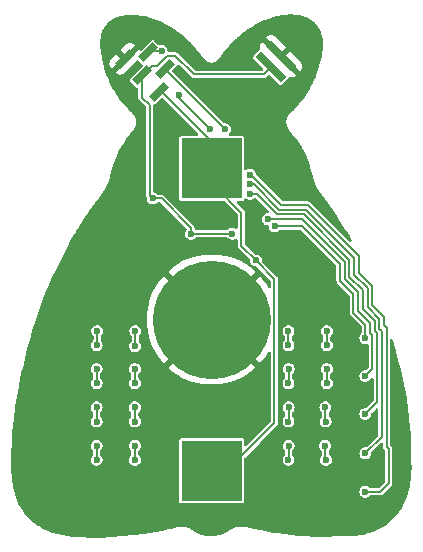
<source format=gbr>
%TF.GenerationSoftware,KiCad,Pcbnew,8.0.3*%
%TF.CreationDate,2024-08-14T20:25:55-04:00*%
%TF.ProjectId,KarmothDiceRoller_V1,4b61726d-6f74-4684-9469-6365526f6c6c,rev?*%
%TF.SameCoordinates,Original*%
%TF.FileFunction,Copper,L2,Bot*%
%TF.FilePolarity,Positive*%
%FSLAX46Y46*%
G04 Gerber Fmt 4.6, Leading zero omitted, Abs format (unit mm)*
G04 Created by KiCad (PCBNEW 8.0.3) date 2024-08-14 20:25:55*
%MOMM*%
%LPD*%
G01*
G04 APERTURE LIST*
G04 Aperture macros list*
%AMRotRect*
0 Rectangle, with rotation*
0 The origin of the aperture is its center*
0 $1 length*
0 $2 width*
0 $3 Rotation angle, in degrees counterclockwise*
0 Add horizontal line*
21,1,$1,$2,0,0,$3*%
G04 Aperture macros list end*
%TA.AperFunction,SMDPad,CuDef*%
%ADD10RotRect,1.750000X0.600000X45.000000*%
%TD*%
%TA.AperFunction,SMDPad,CuDef*%
%ADD11RotRect,3.000000X0.650000X315.000000*%
%TD*%
%TA.AperFunction,SMDPad,CuDef*%
%ADD12C,10.000000*%
%TD*%
%TA.AperFunction,SMDPad,CuDef*%
%ADD13R,5.100000X5.100000*%
%TD*%
%TA.AperFunction,ViaPad*%
%ADD14C,0.600000*%
%TD*%
%TA.AperFunction,Conductor*%
%ADD15C,0.200000*%
%TD*%
G04 APERTURE END LIST*
D10*
%TO.P,J4,1,VCC*%
%TO.N,3.3V*%
X90500000Y-67500000D03*
%TO.P,J4,2,SWDIO*%
%TO.N,SWDIO*%
X91030330Y-65555456D03*
%TO.P,J4,3,~{RESET}*%
%TO.N,RESET*%
X89085787Y-66085786D03*
%TO.P,J4,4,SWCLK*%
%TO.N,SWCLK*%
X89616117Y-64141243D03*
%TO.P,J4,5,GND*%
%TO.N,GND*%
X87671573Y-64671573D03*
%TD*%
D11*
%TO.P,J3,1,Pin_1*%
%TO.N,RESET*%
X99997954Y-65395980D03*
%TO.P,J3,2,Pin_2*%
%TO.N,GND*%
X100860624Y-64462599D03*
%TD*%
D12*
%TO.P,BT1,2,-*%
%TO.N,GND*%
X95000000Y-86750000D03*
D13*
%TO.P,BT1,1,+*%
%TO.N,3.3V*%
X95000000Y-73950000D03*
X95000000Y-99550000D03*
%TD*%
D14*
%TO.N,GND*%
X95000000Y-67750000D03*
X98750000Y-71500000D03*
X91000000Y-71500000D03*
X103000000Y-62000000D03*
X86750000Y-62250000D03*
X91250000Y-75500000D03*
X101750000Y-75500000D03*
X88250000Y-75500000D03*
%TO.N,3.3V*%
X98750000Y-81750000D03*
X95000000Y-75200000D03*
%TO.N,RESET*%
X93250000Y-79500000D03*
X90000000Y-76500000D03*
X96750000Y-79500000D03*
%TO.N,Net-(D21-A)*%
X104602594Y-97437500D03*
X104659064Y-98637500D03*
X104628033Y-94187500D03*
X104636575Y-95387500D03*
X104750000Y-92137500D03*
X104750000Y-90937500D03*
X104750000Y-87725000D03*
X104750000Y-88925000D03*
%TO.N,Net-(D16-A)*%
X101505119Y-97437500D03*
X101500000Y-98637500D03*
X101500000Y-95387500D03*
X101510172Y-94187500D03*
X101500000Y-92137500D03*
X101512499Y-90937500D03*
X101500000Y-88925000D03*
X101500000Y-87725000D03*
%TO.N,Net-(D11-A)*%
X88500000Y-98637500D03*
X88500000Y-97437500D03*
X88500000Y-94187500D03*
X88500000Y-95387500D03*
X88500000Y-90937500D03*
X88500000Y-92137500D03*
X88500000Y-89000000D03*
X88534176Y-87725000D03*
%TO.N,Net-(D10-A)*%
X85250000Y-97437500D03*
X85250000Y-98637500D03*
X85250000Y-95387500D03*
X85250000Y-94187500D03*
X85250000Y-92137500D03*
X85250000Y-90937500D03*
X85250000Y-88925000D03*
X85304059Y-87725000D03*
%TO.N,LD_R1*%
X108000000Y-88325000D03*
X100315687Y-78850000D03*
%TO.N,LD_R2*%
X108000000Y-91537500D03*
X99750000Y-78250000D03*
%TO.N,LD_R3*%
X108000000Y-94750000D03*
X98250072Y-76117076D03*
%TO.N,LD_R4*%
X108000000Y-98075000D03*
X98275780Y-75307780D03*
%TO.N,LD_R5*%
X108000000Y-101325000D03*
X98253157Y-74481873D03*
%TO.N,SWCLK*%
X90750000Y-64000000D03*
X94875000Y-70625000D03*
X92250000Y-67750000D03*
%TO.N,SWDIO*%
X96112437Y-70637563D03*
%TO.N,GND*%
X91000000Y-81750000D03*
%TD*%
D15*
%TO.N,RESET*%
X93250000Y-79500000D02*
X96750000Y-79500000D01*
%TO.N,3.3V*%
X97500000Y-77700000D02*
X95000000Y-75200000D01*
X97500000Y-80500000D02*
X97500000Y-77700000D01*
X98750000Y-81750000D02*
X97500000Y-80500000D01*
%TO.N,RESET*%
X93250000Y-79000000D02*
X90750000Y-76500000D01*
X90750000Y-76500000D02*
X90000000Y-76500000D01*
X93250000Y-79500000D02*
X93250000Y-79000000D01*
X91173923Y-64424606D02*
X90348529Y-65250000D01*
X91924606Y-64424606D02*
X91173923Y-64424606D01*
X90348529Y-65250000D02*
X89921573Y-65250000D01*
X93500000Y-66000000D02*
X91924606Y-64424606D01*
X99393934Y-66000000D02*
X93500000Y-66000000D01*
X99997954Y-65395980D02*
X99393934Y-66000000D01*
X89921573Y-65250000D02*
X89085787Y-66085786D01*
%TO.N,LD_R5*%
X109250000Y-101325000D02*
X108000000Y-101325000D01*
X110000000Y-100575000D02*
X109250000Y-101325000D01*
X110000000Y-97751471D02*
X110000000Y-100575000D01*
X109800000Y-97551471D02*
X110000000Y-97751471D01*
X109800000Y-87450000D02*
X109800000Y-97551471D01*
X109600000Y-87250000D02*
X109800000Y-87450000D01*
X109600000Y-86514204D02*
X109600000Y-87250000D01*
X107464103Y-82809531D02*
X108600000Y-83945428D01*
X107464103Y-81398418D02*
X107464103Y-82809531D01*
X108600000Y-85514204D02*
X109600000Y-86514204D01*
X103115685Y-77050000D02*
X107464103Y-81398418D01*
X100875001Y-77050000D02*
X103115685Y-77050000D01*
X108600000Y-83945428D02*
X108600000Y-85514204D01*
X98306874Y-74481873D02*
X100875001Y-77050000D01*
X98253157Y-74481873D02*
X98306874Y-74481873D01*
%TO.N,SWDIO*%
X96112437Y-70637563D02*
X91030330Y-65555456D01*
%TO.N,SWCLK*%
X92250000Y-68000000D02*
X92250000Y-67750000D01*
X94875000Y-70625000D02*
X92250000Y-68000000D01*
%TO.N,3.3V*%
X100300000Y-95500000D02*
X95000000Y-100800000D01*
X100300000Y-83300000D02*
X100300000Y-95500000D01*
X98750000Y-81750000D02*
X100300000Y-83300000D01*
X95000000Y-71750000D02*
X95000000Y-75200000D01*
X90750000Y-67500000D02*
X95000000Y-71750000D01*
X90500000Y-67500000D02*
X90750000Y-67500000D01*
%TO.N,RESET*%
X89085787Y-67960787D02*
X89085787Y-66085786D01*
X89750000Y-76250000D02*
X89750000Y-68625000D01*
X89750000Y-68625000D02*
X89085787Y-67960787D01*
X90000000Y-76500000D02*
X89750000Y-76250000D01*
%TO.N,LD_R3*%
X109000000Y-93750000D02*
X108000000Y-94750000D01*
X108800000Y-87710786D02*
X109000000Y-87910785D01*
X108800000Y-86845576D02*
X108800000Y-87710786D01*
X109000000Y-87910785D02*
X109000000Y-93750000D01*
X107800000Y-84276800D02*
X107800000Y-85845576D01*
X106664103Y-83140903D02*
X107800000Y-84276800D01*
X106664103Y-81729789D02*
X106664103Y-83140903D01*
X100534314Y-77850000D02*
X102784314Y-77850000D01*
X98801390Y-76117076D02*
X100534314Y-77850000D01*
X102784314Y-77850000D02*
X106664103Y-81729789D01*
X107800000Y-85845576D02*
X108800000Y-86845576D01*
X98250072Y-76117076D02*
X98801390Y-76117076D01*
%TO.N,LD_R4*%
X109200000Y-87545100D02*
X109400000Y-87745100D01*
X109200000Y-86679890D02*
X109200000Y-87545100D01*
X109400000Y-96675000D02*
X108000000Y-98075000D01*
X108200000Y-85679890D02*
X109200000Y-86679890D01*
X107064103Y-81564103D02*
X107064103Y-82975217D01*
X102950000Y-77450000D02*
X106829788Y-81329789D01*
X106829788Y-81329789D02*
X107064103Y-81564103D01*
X100700000Y-77450000D02*
X102950000Y-77450000D01*
X108200000Y-84111114D02*
X108200000Y-85679890D01*
X98275780Y-75307780D02*
X98557780Y-75307780D01*
X98557780Y-75307780D02*
X100700000Y-77450000D01*
X107064103Y-82975217D02*
X108200000Y-84111114D01*
X109400000Y-87745100D02*
X109400000Y-96675000D01*
%TO.N,LD_R2*%
X102618628Y-78250000D02*
X99750000Y-78250000D01*
X106264103Y-83306589D02*
X106264103Y-81895475D01*
X107400000Y-84442486D02*
X106264103Y-83306589D01*
X107400000Y-86011262D02*
X107400000Y-84442486D01*
X108165685Y-86776948D02*
X107400000Y-86011262D01*
X108400000Y-87876471D02*
X108400000Y-87011262D01*
X108600000Y-88076471D02*
X108400000Y-87876471D01*
X108600000Y-90937500D02*
X108600000Y-88076471D01*
X108000000Y-91537500D02*
X108600000Y-90937500D01*
X106264103Y-81895475D02*
X102618628Y-78250000D01*
X108400000Y-87011262D02*
X108165685Y-86776948D01*
%TO.N,Net-(D21-A)*%
X104602594Y-98581030D02*
X104659064Y-98637500D01*
X104602594Y-97437500D02*
X104602594Y-98581030D01*
X104628033Y-95378958D02*
X104636575Y-95387500D01*
X104628033Y-94187500D02*
X104628033Y-95378958D01*
X104750000Y-90937500D02*
X104750000Y-92137500D01*
X104750000Y-87725000D02*
X104750000Y-88925000D01*
%TO.N,LD_R1*%
X102652942Y-78850000D02*
X100315687Y-78850000D01*
X105864103Y-82061161D02*
X102652942Y-78850000D01*
X107000000Y-84608172D02*
X105864103Y-83472275D01*
X105864103Y-83472275D02*
X105864103Y-82061161D01*
X107000000Y-86176948D02*
X107000000Y-84608172D01*
X108000000Y-88325000D02*
X108000000Y-87176948D01*
X108000000Y-87176948D02*
X107000000Y-86176948D01*
%TO.N,Net-(D16-A)*%
X101505119Y-98632381D02*
X101500000Y-98637500D01*
X101505119Y-97437500D02*
X101505119Y-98632381D01*
X101510172Y-95377328D02*
X101500000Y-95387500D01*
X101510172Y-94187500D02*
X101510172Y-95377328D01*
X101512499Y-90937500D02*
X101512499Y-92125001D01*
X101512499Y-92125001D02*
X101500000Y-92137500D01*
X101500000Y-87725000D02*
X101500000Y-88925000D01*
%TO.N,Net-(D11-A)*%
X88500000Y-97437500D02*
X88500000Y-98637500D01*
X88500000Y-94187500D02*
X88500000Y-95387500D01*
X88500000Y-90937500D02*
X88500000Y-92137500D01*
X88534176Y-88965824D02*
X88500000Y-89000000D01*
X88534176Y-87725000D02*
X88534176Y-88965824D01*
%TO.N,Net-(D10-A)*%
X85250000Y-97437500D02*
X85250000Y-98637500D01*
X85250000Y-94187500D02*
X85250000Y-95387500D01*
X85250000Y-90937500D02*
X85250000Y-92137500D01*
X85304059Y-87725000D02*
X85304059Y-88870941D01*
X85304059Y-88870941D02*
X85250000Y-88925000D01*
%TO.N,SWCLK*%
X89757360Y-64000000D02*
X89616117Y-64141243D01*
X90750000Y-64000000D02*
X89757360Y-64000000D01*
%TD*%
%TA.AperFunction,Conductor*%
%TO.N,GND*%
G36*
X101814141Y-60918004D02*
G01*
X101819439Y-60918138D01*
X101988082Y-60926053D01*
X101993541Y-60926432D01*
X102159470Y-60941681D01*
X102165178Y-60942341D01*
X102328169Y-60965038D01*
X102334060Y-60966005D01*
X102494026Y-60996276D01*
X102500132Y-60997592D01*
X102660168Y-61036345D01*
X102665098Y-61037648D01*
X102739266Y-61058916D01*
X102742926Y-61060029D01*
X102818622Y-61084338D01*
X102822205Y-61085549D01*
X102854678Y-61097096D01*
X102896940Y-61112124D01*
X102900411Y-61113417D01*
X102974563Y-61142321D01*
X102977800Y-61143636D01*
X103051751Y-61174955D01*
X103054824Y-61176307D01*
X103128844Y-61210088D01*
X103131743Y-61211457D01*
X103157287Y-61223927D01*
X103206313Y-61247860D01*
X103208944Y-61249185D01*
X103236450Y-61263450D01*
X103281775Y-61286956D01*
X103285169Y-61288784D01*
X103349814Y-61324903D01*
X103353997Y-61327349D01*
X103414455Y-61364300D01*
X103418524Y-61366896D01*
X103477027Y-61405858D01*
X103480944Y-61408577D01*
X103537565Y-61449533D01*
X103541339Y-61452375D01*
X103588507Y-61489333D01*
X103596094Y-61495277D01*
X103599722Y-61498232D01*
X103652665Y-61543072D01*
X103656160Y-61546148D01*
X103707270Y-61592856D01*
X103710625Y-61596039D01*
X103759959Y-61644622D01*
X103763155Y-61647887D01*
X103810708Y-61698299D01*
X103813743Y-61701636D01*
X103859552Y-61753882D01*
X103862419Y-61757273D01*
X103866296Y-61762029D01*
X103906449Y-61811281D01*
X103909151Y-61814718D01*
X103927375Y-61838759D01*
X103951418Y-61870476D01*
X103953969Y-61873966D01*
X103994439Y-61931409D01*
X103996829Y-61934929D01*
X104035524Y-61994062D01*
X104037759Y-61997607D01*
X104074594Y-62058278D01*
X104076678Y-62061842D01*
X104111718Y-62124141D01*
X104113651Y-62127715D01*
X104146809Y-62191471D01*
X104148598Y-62195050D01*
X104176223Y-62252634D01*
X104177753Y-62255822D01*
X104180174Y-62261192D01*
X104238916Y-62400209D01*
X104241681Y-62407362D01*
X104290636Y-62546665D01*
X104292900Y-62553784D01*
X104333831Y-62697373D01*
X104335625Y-62704453D01*
X104368347Y-62851626D01*
X104369700Y-62858664D01*
X104394081Y-63008807D01*
X104395013Y-63015803D01*
X104410918Y-63168104D01*
X104411448Y-63175068D01*
X104418819Y-63329407D01*
X104418957Y-63336152D01*
X104417140Y-63607692D01*
X104416939Y-63613964D01*
X104401118Y-63889748D01*
X104400638Y-63895654D01*
X104371201Y-64174706D01*
X104370487Y-64180266D01*
X104327888Y-64461544D01*
X104326979Y-64466783D01*
X104271687Y-64749417D01*
X104270615Y-64754360D01*
X104203151Y-65037402D01*
X104201939Y-65042080D01*
X104122857Y-65324569D01*
X104121524Y-65329011D01*
X104031374Y-65610093D01*
X104029932Y-65614325D01*
X103929338Y-65892996D01*
X103927794Y-65897048D01*
X103817407Y-66172310D01*
X103815767Y-66176207D01*
X103696180Y-66447274D01*
X103694441Y-66451043D01*
X103566350Y-66716917D01*
X103564510Y-66720581D01*
X103428597Y-66980354D01*
X103426646Y-66983938D01*
X103283613Y-67236708D01*
X103281539Y-67240236D01*
X103132131Y-67485053D01*
X103129918Y-67488547D01*
X102974149Y-67725626D01*
X102972064Y-67728697D01*
X102863739Y-67883279D01*
X102861966Y-67885745D01*
X102748546Y-68039446D01*
X102746897Y-68041630D01*
X102629250Y-68193907D01*
X102627744Y-68195817D01*
X102506179Y-68346944D01*
X102504833Y-68348589D01*
X102379678Y-68498830D01*
X102378502Y-68500220D01*
X102250065Y-68649878D01*
X102249072Y-68651021D01*
X102117826Y-68800225D01*
X102117023Y-68801129D01*
X101986619Y-68946492D01*
X101984636Y-68948650D01*
X101962562Y-68972116D01*
X101959953Y-68974806D01*
X101952892Y-68981870D01*
X101935749Y-68999015D01*
X101933529Y-69001180D01*
X101861382Y-69069814D01*
X101860960Y-69070213D01*
X101834343Y-69095290D01*
X101832809Y-69096735D01*
X101821830Y-69105941D01*
X101821034Y-69106533D01*
X101785190Y-69141342D01*
X101774836Y-69150339D01*
X101771550Y-69152889D01*
X101750434Y-69174234D01*
X101747313Y-69177280D01*
X101725790Y-69197557D01*
X101720031Y-69202624D01*
X101701620Y-69222303D01*
X101697467Y-69226534D01*
X101679892Y-69243602D01*
X101672095Y-69251842D01*
X101666669Y-69256640D01*
X101652979Y-69272385D01*
X101647567Y-69278220D01*
X101638220Y-69287668D01*
X101634285Y-69292855D01*
X101617835Y-69309142D01*
X101618254Y-69309574D01*
X101612423Y-69315227D01*
X101603076Y-69327027D01*
X101596440Y-69334732D01*
X101590618Y-69340956D01*
X101585890Y-69347562D01*
X101585803Y-69347499D01*
X101580722Y-69355249D01*
X101580386Y-69355673D01*
X101576777Y-69360020D01*
X101571846Y-69365692D01*
X101558002Y-69379259D01*
X101557850Y-69379424D01*
X101552738Y-69386683D01*
X101544950Y-69396622D01*
X101542924Y-69398952D01*
X101539606Y-69403964D01*
X101534569Y-69412487D01*
X101530066Y-69418883D01*
X101525876Y-69424491D01*
X101520878Y-69430801D01*
X101512305Y-69440046D01*
X101509767Y-69443094D01*
X101507852Y-69446123D01*
X101500257Y-69456835D01*
X101495901Y-69462335D01*
X101493638Y-69466119D01*
X101485393Y-69478218D01*
X101483585Y-69480560D01*
X101471918Y-69500636D01*
X101462504Y-69513364D01*
X101462675Y-69513485D01*
X101456475Y-69522233D01*
X101451002Y-69531169D01*
X101450453Y-69531948D01*
X101446681Y-69539148D01*
X101445741Y-69538655D01*
X101436548Y-69554438D01*
X101437565Y-69555093D01*
X101433166Y-69561922D01*
X101432022Y-69564344D01*
X101425128Y-69576887D01*
X101421559Y-69584612D01*
X101420131Y-69583952D01*
X101412575Y-69598509D01*
X101413518Y-69599054D01*
X101409219Y-69606486D01*
X101405327Y-69614346D01*
X101400878Y-69625007D01*
X101400686Y-69624926D01*
X101394891Y-69639646D01*
X101394180Y-69640994D01*
X101387474Y-69652070D01*
X101386108Y-69654741D01*
X101382987Y-69663166D01*
X101381055Y-69669814D01*
X101379630Y-69673821D01*
X101374921Y-69685227D01*
X101371742Y-69691961D01*
X101371385Y-69692716D01*
X101367369Y-69700158D01*
X101366570Y-69701960D01*
X101366431Y-69702432D01*
X101365664Y-69704930D01*
X101364400Y-69708899D01*
X101363877Y-69711095D01*
X101360865Y-69721312D01*
X101356455Y-69733778D01*
X101350462Y-69748219D01*
X101349407Y-69750452D01*
X101348958Y-69751651D01*
X101348249Y-69753445D01*
X101344124Y-69771226D01*
X101340162Y-69784757D01*
X101334392Y-69800977D01*
X101333238Y-69806367D01*
X101327744Y-69824112D01*
X101327126Y-69826448D01*
X101326254Y-69833236D01*
X101322212Y-69852462D01*
X101322143Y-69852698D01*
X101322143Y-69852699D01*
X101322142Y-69852700D01*
X101322087Y-69854951D01*
X101318918Y-69879885D01*
X101312701Y-69906684D01*
X101312215Y-69911681D01*
X101310909Y-69918891D01*
X101310915Y-69918892D01*
X101309858Y-69926945D01*
X101309871Y-69952724D01*
X101308860Y-69968584D01*
X101305574Y-69994153D01*
X101305600Y-70002280D01*
X101305142Y-70002281D01*
X101305053Y-70013614D01*
X101305834Y-70013629D01*
X101305680Y-70021758D01*
X101309149Y-70052598D01*
X101309926Y-70066392D01*
X101309941Y-70097434D01*
X101311006Y-70105490D01*
X101310632Y-70105539D01*
X101319026Y-70145445D01*
X101320904Y-70157106D01*
X101324941Y-70193001D01*
X101325075Y-70193542D01*
X101327969Y-70201963D01*
X101336678Y-70231344D01*
X101339135Y-70241056D01*
X101342521Y-70257151D01*
X101344198Y-70268168D01*
X101346006Y-70276044D01*
X101346866Y-70279016D01*
X101347500Y-70280817D01*
X101349028Y-70283832D01*
X101354619Y-70296599D01*
X101360014Y-70311083D01*
X101362699Y-70319120D01*
X101364717Y-70325927D01*
X101368221Y-70341561D01*
X101368334Y-70341947D01*
X101368641Y-70342645D01*
X101374025Y-70357330D01*
X101375349Y-70361795D01*
X101375350Y-70361799D01*
X101375352Y-70361803D01*
X101375353Y-70361804D01*
X101377057Y-70364584D01*
X101384832Y-70379436D01*
X101387575Y-70385668D01*
X101390303Y-70392393D01*
X101390791Y-70393705D01*
X101395304Y-70409453D01*
X101395825Y-70410960D01*
X101398314Y-70415936D01*
X101403610Y-70428116D01*
X101406957Y-70437100D01*
X101406960Y-70437107D01*
X101406961Y-70437108D01*
X101407942Y-70438487D01*
X101417811Y-70454914D01*
X101418435Y-70456162D01*
X101421024Y-70461675D01*
X101423144Y-70466493D01*
X101429400Y-70484264D01*
X101429783Y-70485690D01*
X101429786Y-70485698D01*
X101433974Y-70492944D01*
X101440103Y-70505029D01*
X101441364Y-70507893D01*
X101443028Y-70510636D01*
X101450575Y-70521661D01*
X101453334Y-70526434D01*
X101456878Y-70533016D01*
X101477930Y-70575102D01*
X101482485Y-70581836D01*
X101481119Y-70582759D01*
X101492558Y-70602509D01*
X101493955Y-70601826D01*
X101497528Y-70609125D01*
X101502164Y-70616107D01*
X101523253Y-70647869D01*
X101527296Y-70654387D01*
X101550589Y-70694682D01*
X101555544Y-70701132D01*
X101555046Y-70701514D01*
X101569031Y-70720157D01*
X101572722Y-70726892D01*
X101603157Y-70768446D01*
X101606419Y-70773121D01*
X101634920Y-70816043D01*
X101640147Y-70822037D01*
X101653174Y-70840049D01*
X101687463Y-70883665D01*
X101689981Y-70886982D01*
X101722645Y-70931576D01*
X101722649Y-70931579D01*
X101723974Y-70932965D01*
X101738854Y-70951909D01*
X101739571Y-70953032D01*
X101775308Y-70995513D01*
X101777900Y-70998700D01*
X101812243Y-71042383D01*
X101818059Y-71048063D01*
X101817689Y-71048441D01*
X101828154Y-71058330D01*
X101897543Y-71140814D01*
X101905813Y-71151835D01*
X101907947Y-71155036D01*
X101947309Y-71200008D01*
X101948888Y-71201849D01*
X101987376Y-71247598D01*
X101990215Y-71250193D01*
X101999866Y-71260054D01*
X102108749Y-71384454D01*
X102109622Y-71385462D01*
X102239521Y-71537132D01*
X102242355Y-71540565D01*
X102282493Y-71591014D01*
X102286214Y-71595940D01*
X102301974Y-71617928D01*
X102312568Y-71632709D01*
X102316422Y-71638414D01*
X102472435Y-71883794D01*
X102474749Y-71887582D01*
X102625912Y-72145260D01*
X102628083Y-72149118D01*
X102770414Y-72412887D01*
X102772458Y-72416843D01*
X102905276Y-72685650D01*
X102907201Y-72689731D01*
X103031054Y-72965205D01*
X103032422Y-72968364D01*
X103088622Y-73103255D01*
X103089476Y-73105360D01*
X103144001Y-73243500D01*
X103144849Y-73245712D01*
X103196500Y-73384267D01*
X103197320Y-73386531D01*
X103246064Y-73525475D01*
X103246853Y-73527799D01*
X103292533Y-73666753D01*
X103293291Y-73669138D01*
X103334014Y-73801994D01*
X103335420Y-73806948D01*
X103561900Y-74672575D01*
X103564028Y-74687351D01*
X103564432Y-74687286D01*
X103565734Y-74695309D01*
X103581462Y-74747659D01*
X103582667Y-74751948D01*
X103596504Y-74804834D01*
X103597162Y-74806448D01*
X103600576Y-74818028D01*
X103600778Y-74817962D01*
X103621392Y-74880707D01*
X103622340Y-74883720D01*
X103639000Y-74939171D01*
X103639001Y-74939173D01*
X103641339Y-74946953D01*
X103641081Y-74947030D01*
X103642778Y-74952146D01*
X103663834Y-75010077D01*
X103665097Y-75013728D01*
X103684194Y-75071851D01*
X103690116Y-75088000D01*
X103690582Y-75089792D01*
X103711033Y-75140182D01*
X103712675Y-75144453D01*
X103731240Y-75195529D01*
X103731890Y-75196779D01*
X103740421Y-75217620D01*
X103741991Y-75222739D01*
X103741993Y-75222744D01*
X103741994Y-75222747D01*
X103763804Y-75270506D01*
X103765904Y-75275380D01*
X103785655Y-75324043D01*
X103788139Y-75328416D01*
X103795816Y-75348438D01*
X103797046Y-75347995D01*
X103799805Y-75355641D01*
X103799806Y-75355644D01*
X103799807Y-75355646D01*
X103817091Y-75389075D01*
X103823072Y-75400642D01*
X103825717Y-75406080D01*
X103846757Y-75452152D01*
X103851069Y-75459040D01*
X103849321Y-75460134D01*
X103860235Y-75481087D01*
X103861805Y-75480422D01*
X103864978Y-75487906D01*
X103889716Y-75529939D01*
X103892997Y-75535880D01*
X103915414Y-75579235D01*
X103920057Y-75585905D01*
X103919038Y-75586614D01*
X103934016Y-75611896D01*
X103934819Y-75611497D01*
X103938437Y-75618772D01*
X103964684Y-75657770D01*
X103968677Y-75664109D01*
X103983871Y-75689923D01*
X103992518Y-75704615D01*
X103992520Y-75704617D01*
X103997519Y-75711021D01*
X103996997Y-75711427D01*
X104006391Y-75724013D01*
X104006854Y-75723684D01*
X104011572Y-75730299D01*
X104011573Y-75730301D01*
X104044958Y-75777110D01*
X104046812Y-75779788D01*
X104068518Y-75812036D01*
X104078897Y-75827457D01*
X104084277Y-75833550D01*
X104083681Y-75834075D01*
X104092582Y-75843886D01*
X104842453Y-76895292D01*
X104843338Y-76896548D01*
X105227816Y-77450008D01*
X105228688Y-77451281D01*
X105585710Y-77979489D01*
X105604668Y-78007536D01*
X105605750Y-78009165D01*
X105809927Y-78322022D01*
X105971183Y-78569111D01*
X105972486Y-78571150D01*
X106325802Y-79136319D01*
X106327243Y-79138683D01*
X106666309Y-79709628D01*
X106666866Y-79710566D01*
X106668477Y-79713361D01*
X106821152Y-79986385D01*
X106836691Y-80054505D01*
X106812935Y-80120212D01*
X106757426Y-80162645D01*
X106687789Y-80168332D01*
X106626131Y-80135467D01*
X106625243Y-80134587D01*
X103300195Y-76809539D01*
X103274631Y-76794780D01*
X103249067Y-76780021D01*
X103231674Y-76769979D01*
X103155247Y-76749500D01*
X103155245Y-76749500D01*
X101050834Y-76749500D01*
X100983795Y-76729815D01*
X100963153Y-76713181D01*
X98792514Y-74542542D01*
X98759029Y-74481219D01*
X98757457Y-74472507D01*
X98738322Y-74339416D01*
X98688887Y-74231170D01*
X98678534Y-74208500D01*
X98584285Y-74099730D01*
X98463210Y-74021920D01*
X98463208Y-74021919D01*
X98463206Y-74021918D01*
X98463207Y-74021918D01*
X98325120Y-73981373D01*
X98325118Y-73981373D01*
X98181196Y-73981373D01*
X98181193Y-73981373D01*
X98043106Y-74021918D01*
X97941539Y-74087191D01*
X97874499Y-74106875D01*
X97807460Y-74087190D01*
X97761705Y-74034386D01*
X97750500Y-73982875D01*
X97750500Y-71380249D01*
X97750499Y-71380247D01*
X97738868Y-71321770D01*
X97738867Y-71321769D01*
X97694552Y-71255447D01*
X97628230Y-71211132D01*
X97628229Y-71211131D01*
X97569752Y-71199500D01*
X97569748Y-71199500D01*
X96559294Y-71199500D01*
X96492255Y-71179815D01*
X96446500Y-71127011D01*
X96436556Y-71057853D01*
X96465580Y-70994299D01*
X96537814Y-70910936D01*
X96597602Y-70780020D01*
X96618084Y-70637563D01*
X96597602Y-70495106D01*
X96537814Y-70364190D01*
X96443565Y-70255420D01*
X96322490Y-70177610D01*
X96322488Y-70177609D01*
X96322486Y-70177608D01*
X96322487Y-70177608D01*
X96184400Y-70137063D01*
X96184398Y-70137063D01*
X96088270Y-70137063D01*
X96021231Y-70117378D01*
X96000589Y-70100744D01*
X91684403Y-65784558D01*
X91650918Y-65723235D01*
X91655902Y-65653543D01*
X91684400Y-65609198D01*
X92016919Y-65276681D01*
X92050047Y-65227101D01*
X92050048Y-65227095D01*
X92052859Y-65220311D01*
X92096696Y-65165904D01*
X92162989Y-65143835D01*
X92230689Y-65161110D01*
X92255104Y-65180075D01*
X93315489Y-66240460D01*
X93374829Y-66274720D01*
X93384008Y-66280020D01*
X93384012Y-66280022D01*
X93460438Y-66300500D01*
X93460440Y-66300500D01*
X99433494Y-66300500D01*
X99433496Y-66300500D01*
X99509923Y-66280021D01*
X99578445Y-66240460D01*
X99634394Y-66184511D01*
X99751176Y-66067728D01*
X99812495Y-66034246D01*
X99882187Y-66039230D01*
X99926535Y-66067731D01*
X100700990Y-66842186D01*
X100700998Y-66842192D01*
X100750569Y-66875315D01*
X100750571Y-66875315D01*
X100750573Y-66875317D01*
X100828804Y-66890877D01*
X100907036Y-66875317D01*
X100956615Y-66842189D01*
X101444163Y-66354641D01*
X101477291Y-66305062D01*
X101477291Y-66305059D01*
X101481214Y-66299189D01*
X101534826Y-66254384D01*
X101601963Y-66245341D01*
X101691474Y-66258210D01*
X101691475Y-66258210D01*
X101833791Y-66237749D01*
X101964571Y-66178023D01*
X101964573Y-66178022D01*
X102011204Y-66140444D01*
X102011211Y-66140438D01*
X102098061Y-66053589D01*
X100507070Y-64462598D01*
X101214177Y-64462598D01*
X101214177Y-64462599D01*
X102451614Y-65700036D01*
X102538463Y-65613186D01*
X102538469Y-65613179D01*
X102576047Y-65566548D01*
X102576048Y-65566546D01*
X102635774Y-65435766D01*
X102656235Y-65293450D01*
X102656235Y-65293448D01*
X102635774Y-65151132D01*
X102576048Y-65020352D01*
X102576047Y-65020350D01*
X102538469Y-64973719D01*
X102538463Y-64973712D01*
X101620763Y-64056012D01*
X101620762Y-64056012D01*
X101214177Y-64462598D01*
X100507070Y-64462598D01*
X99269634Y-63225162D01*
X99182784Y-63312011D01*
X99182778Y-63312018D01*
X99145200Y-63358649D01*
X99145199Y-63358651D01*
X99085473Y-63489431D01*
X99065013Y-63631747D01*
X99065013Y-63631749D01*
X99085473Y-63774066D01*
X99085473Y-63774067D01*
X99092321Y-63789062D01*
X99102264Y-63858220D01*
X99073237Y-63921775D01*
X99048423Y-63943669D01*
X99039295Y-63949768D01*
X99039289Y-63949773D01*
X98551747Y-64437315D01*
X98551741Y-64437323D01*
X98518618Y-64486894D01*
X98518617Y-64486897D01*
X98503088Y-64564976D01*
X98503057Y-64565130D01*
X98512661Y-64613416D01*
X98518617Y-64643361D01*
X98518618Y-64643364D01*
X98551741Y-64692935D01*
X98551747Y-64692943D01*
X99326202Y-65467398D01*
X99359687Y-65528721D01*
X99354703Y-65598413D01*
X99326204Y-65642758D01*
X99305784Y-65663179D01*
X99244462Y-65696666D01*
X99218101Y-65699500D01*
X93675833Y-65699500D01*
X93608794Y-65679815D01*
X93588152Y-65663181D01*
X92109116Y-64184145D01*
X92092766Y-64174706D01*
X92086763Y-64171240D01*
X92040597Y-64144586D01*
X92040596Y-64144585D01*
X92015119Y-64137758D01*
X91964168Y-64124106D01*
X91964166Y-64124106D01*
X91379647Y-64124106D01*
X91312608Y-64104421D01*
X91266853Y-64051617D01*
X91257514Y-64008691D01*
X91256909Y-64008779D01*
X91255691Y-64000309D01*
X91255647Y-64000106D01*
X91255647Y-64000001D01*
X91252203Y-63976050D01*
X91235165Y-63857543D01*
X91175377Y-63726627D01*
X91081128Y-63617857D01*
X90960053Y-63540047D01*
X90960051Y-63540046D01*
X90960049Y-63540045D01*
X90960050Y-63540045D01*
X90821963Y-63499500D01*
X90821961Y-63499500D01*
X90678039Y-63499500D01*
X90678036Y-63499500D01*
X90607415Y-63520236D01*
X90537545Y-63520236D01*
X90484800Y-63488940D01*
X90150517Y-63154656D01*
X90150509Y-63154650D01*
X90100936Y-63121526D01*
X90100932Y-63121524D01*
X90022705Y-63105965D01*
X90022701Y-63105965D01*
X89944472Y-63121525D01*
X89944471Y-63121525D01*
X89894890Y-63154655D01*
X89894886Y-63154658D01*
X89083126Y-63966418D01*
X89021803Y-63999903D01*
X88952111Y-63994919D01*
X88898891Y-63956540D01*
X88889799Y-63945257D01*
X88889792Y-63945249D01*
X88820621Y-63876078D01*
X86876078Y-65820621D01*
X86945249Y-65889792D01*
X86945256Y-65889798D01*
X86991887Y-65927376D01*
X86991889Y-65927377D01*
X87122667Y-65987103D01*
X87122672Y-65987104D01*
X87264986Y-66007564D01*
X87407300Y-65987104D01*
X87407305Y-65987103D01*
X87538083Y-65927377D01*
X87538085Y-65927376D01*
X87584716Y-65889798D01*
X87584723Y-65889792D01*
X88626520Y-64847995D01*
X88687843Y-64814510D01*
X88757535Y-64819494D01*
X88801882Y-64847995D01*
X89081717Y-65127830D01*
X89081720Y-65127832D01*
X89108475Y-65145709D01*
X89153279Y-65199320D01*
X89161988Y-65268645D01*
X89131833Y-65331673D01*
X89127265Y-65336492D01*
X88099202Y-66364555D01*
X88099199Y-66364559D01*
X88066069Y-66414140D01*
X88066069Y-66414141D01*
X88050509Y-66492369D01*
X88050509Y-66492374D01*
X88066068Y-66570601D01*
X88066070Y-66570605D01*
X88099194Y-66620178D01*
X88099200Y-66620186D01*
X88551386Y-67072372D01*
X88551394Y-67072378D01*
X88600967Y-67105502D01*
X88600971Y-67105504D01*
X88685478Y-67122313D01*
X88747389Y-67154697D01*
X88781963Y-67215413D01*
X88785287Y-67243930D01*
X88785287Y-68000349D01*
X88798385Y-68049230D01*
X88805766Y-68076777D01*
X88805769Y-68076782D01*
X88845322Y-68145291D01*
X88845328Y-68145299D01*
X89413181Y-68713152D01*
X89446666Y-68774475D01*
X89449500Y-68800833D01*
X89449500Y-76289562D01*
X89457588Y-76319746D01*
X89469979Y-76365991D01*
X89469980Y-76365992D01*
X89483460Y-76389340D01*
X89499933Y-76457240D01*
X89498811Y-76468983D01*
X89494353Y-76499995D01*
X89494353Y-76499999D01*
X89514834Y-76642456D01*
X89557929Y-76736819D01*
X89574623Y-76773373D01*
X89668872Y-76882143D01*
X89789947Y-76959953D01*
X89789950Y-76959954D01*
X89789949Y-76959954D01*
X89928036Y-77000499D01*
X89928038Y-77000500D01*
X89928039Y-77000500D01*
X90071962Y-77000500D01*
X90071962Y-77000499D01*
X90210053Y-76959953D01*
X90331128Y-76882143D01*
X90364788Y-76843296D01*
X90423567Y-76805523D01*
X90458501Y-76800500D01*
X90574167Y-76800500D01*
X90641206Y-76820185D01*
X90661848Y-76836819D01*
X92848386Y-79023357D01*
X92881871Y-79084680D01*
X92876887Y-79154372D01*
X92854419Y-79192240D01*
X92824623Y-79226627D01*
X92824622Y-79226628D01*
X92764834Y-79357543D01*
X92744353Y-79500000D01*
X92764834Y-79642456D01*
X92824622Y-79773371D01*
X92824623Y-79773373D01*
X92918872Y-79882143D01*
X93039947Y-79959953D01*
X93039950Y-79959954D01*
X93039949Y-79959954D01*
X93178036Y-80000499D01*
X93178038Y-80000500D01*
X93178039Y-80000500D01*
X93321962Y-80000500D01*
X93321962Y-80000499D01*
X93460053Y-79959953D01*
X93581128Y-79882143D01*
X93614788Y-79843296D01*
X93673567Y-79805523D01*
X93708501Y-79800500D01*
X96291499Y-79800500D01*
X96358538Y-79820185D01*
X96385211Y-79843296D01*
X96418872Y-79882143D01*
X96539947Y-79959953D01*
X96539950Y-79959954D01*
X96539949Y-79959954D01*
X96678036Y-80000499D01*
X96678038Y-80000500D01*
X96678039Y-80000500D01*
X96821962Y-80000500D01*
X96821962Y-80000499D01*
X96960053Y-79959953D01*
X97008463Y-79928841D01*
X97075499Y-79909158D01*
X97142538Y-79928842D01*
X97188294Y-79981645D01*
X97199500Y-80033158D01*
X97199500Y-80539562D01*
X97219979Y-80615989D01*
X97223665Y-80622372D01*
X97223668Y-80622384D01*
X97223671Y-80622383D01*
X97250305Y-80668516D01*
X97259539Y-80684509D01*
X97259541Y-80684512D01*
X98210604Y-81635575D01*
X98244089Y-81696898D01*
X98245661Y-81740902D01*
X98244353Y-81749999D01*
X98264834Y-81892456D01*
X98309192Y-81989585D01*
X98324623Y-82023373D01*
X98410460Y-82122436D01*
X98424043Y-82152177D01*
X98450990Y-82155101D01*
X98470466Y-82165301D01*
X98539944Y-82209952D01*
X98539949Y-82209954D01*
X98647107Y-82241417D01*
X98675280Y-82249690D01*
X98678036Y-82250499D01*
X98678038Y-82250500D01*
X98774167Y-82250500D01*
X98841206Y-82270185D01*
X98861848Y-82286819D01*
X99963181Y-83388152D01*
X99996666Y-83449475D01*
X99999500Y-83475833D01*
X99999500Y-83941781D01*
X99979815Y-84008820D01*
X99927011Y-84054575D01*
X99857853Y-84064519D01*
X99794297Y-84035494D01*
X99769910Y-84006795D01*
X99560908Y-83667356D01*
X99283052Y-83291669D01*
X99283046Y-83291661D01*
X99062490Y-83041062D01*
X95353553Y-86750000D01*
X99062489Y-90458936D01*
X99062490Y-90458936D01*
X99283047Y-90208335D01*
X99283061Y-90208318D01*
X99560908Y-89832643D01*
X99769910Y-89493204D01*
X99821822Y-89446439D01*
X99890775Y-89435162D01*
X99954879Y-89462956D01*
X99993781Y-89520994D01*
X99999500Y-89558218D01*
X99999500Y-95324167D01*
X99979815Y-95391206D01*
X99963181Y-95411848D01*
X97962181Y-97412848D01*
X97900858Y-97446333D01*
X97831166Y-97441349D01*
X97775233Y-97399477D01*
X97750816Y-97334013D01*
X97750500Y-97325167D01*
X97750500Y-96980249D01*
X97750499Y-96980247D01*
X97738868Y-96921770D01*
X97738867Y-96921769D01*
X97694552Y-96855447D01*
X97628230Y-96811132D01*
X97628229Y-96811131D01*
X97569752Y-96799500D01*
X97569748Y-96799500D01*
X92430252Y-96799500D01*
X92430247Y-96799500D01*
X92371770Y-96811131D01*
X92371769Y-96811132D01*
X92305447Y-96855447D01*
X92261132Y-96921769D01*
X92261131Y-96921770D01*
X92249500Y-96980247D01*
X92249500Y-102119752D01*
X92261131Y-102178229D01*
X92261132Y-102178230D01*
X92305447Y-102244552D01*
X92371769Y-102288867D01*
X92371770Y-102288868D01*
X92430247Y-102300499D01*
X92430250Y-102300500D01*
X92430252Y-102300500D01*
X97569750Y-102300500D01*
X97569751Y-102300499D01*
X97584568Y-102297552D01*
X97628229Y-102288868D01*
X97628229Y-102288867D01*
X97628231Y-102288867D01*
X97694552Y-102244552D01*
X97738867Y-102178231D01*
X97738867Y-102178229D01*
X97738868Y-102178229D01*
X97750499Y-102119752D01*
X97750500Y-102119750D01*
X97750500Y-98637500D01*
X100994353Y-98637500D01*
X101014834Y-98779956D01*
X101074622Y-98910871D01*
X101074623Y-98910873D01*
X101168872Y-99019643D01*
X101289947Y-99097453D01*
X101289950Y-99097454D01*
X101289949Y-99097454D01*
X101428036Y-99137999D01*
X101428038Y-99138000D01*
X101428039Y-99138000D01*
X101571962Y-99138000D01*
X101571962Y-99137999D01*
X101710053Y-99097453D01*
X101831128Y-99019643D01*
X101925377Y-98910873D01*
X101985165Y-98779957D01*
X102005647Y-98637500D01*
X101985165Y-98495043D01*
X101925377Y-98364127D01*
X101856970Y-98285180D01*
X101835905Y-98260869D01*
X101806881Y-98197313D01*
X101805619Y-98179667D01*
X101805619Y-97901238D01*
X101825304Y-97834199D01*
X101835906Y-97820035D01*
X101836243Y-97819644D01*
X101836247Y-97819643D01*
X101930496Y-97710873D01*
X101990284Y-97579957D01*
X102010766Y-97437500D01*
X104096947Y-97437500D01*
X104117428Y-97579956D01*
X104168989Y-97692856D01*
X104177217Y-97710873D01*
X104271466Y-97819643D01*
X104271469Y-97819644D01*
X104271807Y-97820035D01*
X104300832Y-97883591D01*
X104302094Y-97901238D01*
X104302094Y-98238930D01*
X104282409Y-98305969D01*
X104271808Y-98320131D01*
X104233689Y-98364123D01*
X104233686Y-98364128D01*
X104173898Y-98495043D01*
X104153417Y-98637500D01*
X104173898Y-98779956D01*
X104233686Y-98910871D01*
X104233687Y-98910873D01*
X104327936Y-99019643D01*
X104449011Y-99097453D01*
X104449014Y-99097454D01*
X104449013Y-99097454D01*
X104587100Y-99137999D01*
X104587102Y-99138000D01*
X104587103Y-99138000D01*
X104731026Y-99138000D01*
X104731026Y-99137999D01*
X104869117Y-99097453D01*
X104990192Y-99019643D01*
X105084441Y-98910873D01*
X105144229Y-98779957D01*
X105164711Y-98637500D01*
X105144229Y-98495043D01*
X105084441Y-98364127D01*
X105084439Y-98364125D01*
X105084438Y-98364122D01*
X104990197Y-98255362D01*
X104990193Y-98255358D01*
X104990192Y-98255357D01*
X104960052Y-98235987D01*
X104914299Y-98183183D01*
X104903094Y-98131673D01*
X104903094Y-97901238D01*
X104922779Y-97834199D01*
X104933381Y-97820035D01*
X104933718Y-97819644D01*
X104933722Y-97819643D01*
X105027971Y-97710873D01*
X105087759Y-97579957D01*
X105108241Y-97437500D01*
X105087759Y-97295043D01*
X105027971Y-97164127D01*
X104933722Y-97055357D01*
X104812647Y-96977547D01*
X104812645Y-96977546D01*
X104812643Y-96977545D01*
X104812644Y-96977545D01*
X104674557Y-96937000D01*
X104674555Y-96937000D01*
X104530633Y-96937000D01*
X104530630Y-96937000D01*
X104392543Y-96977545D01*
X104271467Y-97055356D01*
X104177217Y-97164126D01*
X104177216Y-97164128D01*
X104117428Y-97295043D01*
X104096947Y-97437500D01*
X102010766Y-97437500D01*
X101990284Y-97295043D01*
X101930496Y-97164127D01*
X101836247Y-97055357D01*
X101715172Y-96977547D01*
X101715170Y-96977546D01*
X101715168Y-96977545D01*
X101715169Y-96977545D01*
X101577082Y-96937000D01*
X101577080Y-96937000D01*
X101433158Y-96937000D01*
X101433155Y-96937000D01*
X101295068Y-96977545D01*
X101173992Y-97055356D01*
X101079742Y-97164126D01*
X101079741Y-97164128D01*
X101019953Y-97295043D01*
X100999472Y-97437500D01*
X101019953Y-97579956D01*
X101071514Y-97692856D01*
X101079742Y-97710873D01*
X101173991Y-97819643D01*
X101173994Y-97819644D01*
X101174332Y-97820035D01*
X101203357Y-97883591D01*
X101204619Y-97901238D01*
X101204619Y-98167852D01*
X101184934Y-98234891D01*
X101174333Y-98249054D01*
X101074623Y-98364127D01*
X101074622Y-98364128D01*
X101014834Y-98495043D01*
X100994353Y-98637500D01*
X97750500Y-98637500D01*
X97750500Y-98525833D01*
X97770185Y-98458794D01*
X97786819Y-98438152D01*
X99060845Y-97164126D01*
X100540460Y-95684511D01*
X100564420Y-95643010D01*
X100580021Y-95615989D01*
X100600500Y-95539562D01*
X100600500Y-95387500D01*
X100994353Y-95387500D01*
X101014834Y-95529956D01*
X101066462Y-95643004D01*
X101074623Y-95660873D01*
X101168872Y-95769643D01*
X101289947Y-95847453D01*
X101289950Y-95847454D01*
X101289949Y-95847454D01*
X101428036Y-95887999D01*
X101428038Y-95888000D01*
X101428039Y-95888000D01*
X101571962Y-95888000D01*
X101571962Y-95887999D01*
X101710053Y-95847453D01*
X101831128Y-95769643D01*
X101925377Y-95660873D01*
X101985165Y-95529957D01*
X102005647Y-95387500D01*
X101985165Y-95245043D01*
X101925377Y-95114127D01*
X101925375Y-95114125D01*
X101925374Y-95114122D01*
X101840959Y-95016702D01*
X101811934Y-94953147D01*
X101810672Y-94935500D01*
X101810672Y-94651238D01*
X101830357Y-94584199D01*
X101840959Y-94570035D01*
X101841296Y-94569644D01*
X101841300Y-94569643D01*
X101935549Y-94460873D01*
X101995337Y-94329957D01*
X102015819Y-94187500D01*
X104122386Y-94187500D01*
X104142867Y-94329956D01*
X104163362Y-94374832D01*
X104202656Y-94460873D01*
X104296905Y-94569643D01*
X104296908Y-94569644D01*
X104297246Y-94570035D01*
X104326271Y-94633591D01*
X104327533Y-94651238D01*
X104327533Y-94933618D01*
X104307848Y-95000657D01*
X104297247Y-95014820D01*
X104211198Y-95114127D01*
X104211197Y-95114128D01*
X104151409Y-95245043D01*
X104130928Y-95387500D01*
X104151409Y-95529956D01*
X104203037Y-95643004D01*
X104211198Y-95660873D01*
X104305447Y-95769643D01*
X104426522Y-95847453D01*
X104426525Y-95847454D01*
X104426524Y-95847454D01*
X104564611Y-95887999D01*
X104564613Y-95888000D01*
X104564614Y-95888000D01*
X104708537Y-95888000D01*
X104708537Y-95887999D01*
X104846628Y-95847453D01*
X104967703Y-95769643D01*
X105061952Y-95660873D01*
X105121740Y-95529957D01*
X105142222Y-95387500D01*
X105121740Y-95245043D01*
X105061952Y-95114127D01*
X104967703Y-95005357D01*
X104967701Y-95005355D01*
X104961895Y-94998655D01*
X104963890Y-94996925D01*
X104933553Y-94949711D01*
X104928533Y-94914787D01*
X104928533Y-94651238D01*
X104948218Y-94584199D01*
X104958820Y-94570035D01*
X104959157Y-94569644D01*
X104959161Y-94569643D01*
X105053410Y-94460873D01*
X105113198Y-94329957D01*
X105133680Y-94187500D01*
X105113198Y-94045043D01*
X105053410Y-93914127D01*
X104959161Y-93805357D01*
X104838086Y-93727547D01*
X104838084Y-93727546D01*
X104838082Y-93727545D01*
X104838083Y-93727545D01*
X104699996Y-93687000D01*
X104699994Y-93687000D01*
X104556072Y-93687000D01*
X104556069Y-93687000D01*
X104417982Y-93727545D01*
X104296906Y-93805356D01*
X104202656Y-93914126D01*
X104202655Y-93914128D01*
X104142867Y-94045043D01*
X104122386Y-94187500D01*
X102015819Y-94187500D01*
X101995337Y-94045043D01*
X101935549Y-93914127D01*
X101841300Y-93805357D01*
X101720225Y-93727547D01*
X101720223Y-93727546D01*
X101720221Y-93727545D01*
X101720222Y-93727545D01*
X101582135Y-93687000D01*
X101582133Y-93687000D01*
X101438211Y-93687000D01*
X101438208Y-93687000D01*
X101300121Y-93727545D01*
X101179045Y-93805356D01*
X101084795Y-93914126D01*
X101084794Y-93914128D01*
X101025006Y-94045043D01*
X101004525Y-94187500D01*
X101025006Y-94329956D01*
X101045501Y-94374832D01*
X101084795Y-94460873D01*
X101179044Y-94569643D01*
X101179047Y-94569644D01*
X101179385Y-94570035D01*
X101208410Y-94633591D01*
X101209672Y-94651238D01*
X101209672Y-94913374D01*
X101189987Y-94980413D01*
X101174395Y-94998408D01*
X101174679Y-94998654D01*
X101074625Y-95114122D01*
X101074622Y-95114128D01*
X101014834Y-95245043D01*
X100994353Y-95387500D01*
X100600500Y-95387500D01*
X100600500Y-92137500D01*
X100994353Y-92137500D01*
X101014834Y-92279956D01*
X101057980Y-92374430D01*
X101074623Y-92410873D01*
X101168872Y-92519643D01*
X101289947Y-92597453D01*
X101289950Y-92597454D01*
X101289949Y-92597454D01*
X101428036Y-92637999D01*
X101428038Y-92638000D01*
X101428039Y-92638000D01*
X101571962Y-92638000D01*
X101571962Y-92637999D01*
X101710053Y-92597453D01*
X101831128Y-92519643D01*
X101925377Y-92410873D01*
X101985165Y-92279957D01*
X102005647Y-92137500D01*
X101985165Y-91995043D01*
X101925377Y-91864127D01*
X101879229Y-91810869D01*
X101843285Y-91769386D01*
X101814261Y-91705830D01*
X101812999Y-91688184D01*
X101812999Y-91401238D01*
X101832684Y-91334199D01*
X101843286Y-91320035D01*
X101843623Y-91319644D01*
X101843627Y-91319643D01*
X101937876Y-91210873D01*
X101997664Y-91079957D01*
X102018146Y-90937500D01*
X104244353Y-90937500D01*
X104264834Y-91079956D01*
X104308685Y-91175975D01*
X104324623Y-91210873D01*
X104418872Y-91319643D01*
X104418875Y-91319644D01*
X104419213Y-91320035D01*
X104448238Y-91383591D01*
X104449500Y-91401238D01*
X104449500Y-91673760D01*
X104429815Y-91740799D01*
X104419213Y-91754962D01*
X104324625Y-91864122D01*
X104324622Y-91864128D01*
X104264834Y-91995043D01*
X104244353Y-92137500D01*
X104264834Y-92279956D01*
X104307980Y-92374430D01*
X104324623Y-92410873D01*
X104418872Y-92519643D01*
X104539947Y-92597453D01*
X104539950Y-92597454D01*
X104539949Y-92597454D01*
X104678036Y-92637999D01*
X104678038Y-92638000D01*
X104678039Y-92638000D01*
X104821962Y-92638000D01*
X104821962Y-92637999D01*
X104960053Y-92597453D01*
X105081128Y-92519643D01*
X105175377Y-92410873D01*
X105235165Y-92279957D01*
X105255647Y-92137500D01*
X105235165Y-91995043D01*
X105175377Y-91864127D01*
X105175375Y-91864125D01*
X105175374Y-91864122D01*
X105080787Y-91754962D01*
X105051762Y-91691406D01*
X105050500Y-91673760D01*
X105050500Y-91401238D01*
X105070185Y-91334199D01*
X105080787Y-91320035D01*
X105081124Y-91319644D01*
X105081128Y-91319643D01*
X105175377Y-91210873D01*
X105235165Y-91079957D01*
X105255647Y-90937500D01*
X105235165Y-90795043D01*
X105175377Y-90664127D01*
X105081128Y-90555357D01*
X104960053Y-90477547D01*
X104960051Y-90477546D01*
X104960049Y-90477545D01*
X104960050Y-90477545D01*
X104821963Y-90437000D01*
X104821961Y-90437000D01*
X104678039Y-90437000D01*
X104678036Y-90437000D01*
X104539949Y-90477545D01*
X104418873Y-90555356D01*
X104324623Y-90664126D01*
X104324622Y-90664128D01*
X104264834Y-90795043D01*
X104244353Y-90937500D01*
X102018146Y-90937500D01*
X101997664Y-90795043D01*
X101937876Y-90664127D01*
X101843627Y-90555357D01*
X101722552Y-90477547D01*
X101722550Y-90477546D01*
X101722548Y-90477545D01*
X101722549Y-90477545D01*
X101584462Y-90437000D01*
X101584460Y-90437000D01*
X101440538Y-90437000D01*
X101440535Y-90437000D01*
X101302448Y-90477545D01*
X101181372Y-90555356D01*
X101087122Y-90664126D01*
X101087121Y-90664128D01*
X101027333Y-90795043D01*
X101006852Y-90937500D01*
X101027333Y-91079956D01*
X101071184Y-91175975D01*
X101087122Y-91210873D01*
X101181371Y-91319643D01*
X101181374Y-91319644D01*
X101181712Y-91320035D01*
X101210737Y-91383591D01*
X101211999Y-91401238D01*
X101211999Y-91661358D01*
X101192314Y-91728397D01*
X101169207Y-91755066D01*
X101168877Y-91755351D01*
X101074623Y-91864126D01*
X101074622Y-91864128D01*
X101014834Y-91995043D01*
X100994353Y-92137500D01*
X100600500Y-92137500D01*
X100600500Y-87725000D01*
X100994353Y-87725000D01*
X101014834Y-87867456D01*
X101040280Y-87923173D01*
X101074623Y-87998373D01*
X101168872Y-88107143D01*
X101168875Y-88107144D01*
X101169213Y-88107535D01*
X101198238Y-88171091D01*
X101199500Y-88188738D01*
X101199500Y-88461260D01*
X101179815Y-88528299D01*
X101169213Y-88542462D01*
X101074625Y-88651622D01*
X101074622Y-88651628D01*
X101014834Y-88782543D01*
X100994353Y-88925000D01*
X101014834Y-89067456D01*
X101074622Y-89198371D01*
X101074623Y-89198373D01*
X101168872Y-89307143D01*
X101289947Y-89384953D01*
X101289950Y-89384954D01*
X101289949Y-89384954D01*
X101428036Y-89425499D01*
X101428038Y-89425500D01*
X101428039Y-89425500D01*
X101571962Y-89425500D01*
X101571962Y-89425499D01*
X101710053Y-89384953D01*
X101831128Y-89307143D01*
X101925377Y-89198373D01*
X101985165Y-89067457D01*
X102005647Y-88925000D01*
X101985165Y-88782543D01*
X101925377Y-88651627D01*
X101925375Y-88651625D01*
X101925374Y-88651622D01*
X101830787Y-88542462D01*
X101801762Y-88478906D01*
X101800500Y-88461260D01*
X101800500Y-88188738D01*
X101820185Y-88121699D01*
X101830787Y-88107535D01*
X101831124Y-88107144D01*
X101831128Y-88107143D01*
X101925377Y-87998373D01*
X101985165Y-87867457D01*
X102005647Y-87725000D01*
X104244353Y-87725000D01*
X104264834Y-87867456D01*
X104290280Y-87923173D01*
X104324623Y-87998373D01*
X104418872Y-88107143D01*
X104418875Y-88107144D01*
X104419213Y-88107535D01*
X104448238Y-88171091D01*
X104449500Y-88188738D01*
X104449500Y-88461260D01*
X104429815Y-88528299D01*
X104419213Y-88542462D01*
X104324625Y-88651622D01*
X104324622Y-88651628D01*
X104264834Y-88782543D01*
X104244353Y-88925000D01*
X104264834Y-89067456D01*
X104324622Y-89198371D01*
X104324623Y-89198373D01*
X104418872Y-89307143D01*
X104539947Y-89384953D01*
X104539950Y-89384954D01*
X104539949Y-89384954D01*
X104678036Y-89425499D01*
X104678038Y-89425500D01*
X104678039Y-89425500D01*
X104821962Y-89425500D01*
X104821962Y-89425499D01*
X104960053Y-89384953D01*
X105081128Y-89307143D01*
X105175377Y-89198373D01*
X105235165Y-89067457D01*
X105255647Y-88925000D01*
X105235165Y-88782543D01*
X105175377Y-88651627D01*
X105175375Y-88651625D01*
X105175374Y-88651622D01*
X105080787Y-88542462D01*
X105051762Y-88478906D01*
X105050500Y-88461260D01*
X105050500Y-88188738D01*
X105070185Y-88121699D01*
X105080787Y-88107535D01*
X105081124Y-88107144D01*
X105081128Y-88107143D01*
X105175377Y-87998373D01*
X105235165Y-87867457D01*
X105255647Y-87725000D01*
X105235165Y-87582543D01*
X105175377Y-87451627D01*
X105081128Y-87342857D01*
X104960053Y-87265047D01*
X104960051Y-87265046D01*
X104960049Y-87265045D01*
X104960050Y-87265045D01*
X104821963Y-87224500D01*
X104821961Y-87224500D01*
X104678039Y-87224500D01*
X104678036Y-87224500D01*
X104539949Y-87265045D01*
X104418873Y-87342856D01*
X104324623Y-87451626D01*
X104324622Y-87451628D01*
X104264834Y-87582543D01*
X104244353Y-87725000D01*
X102005647Y-87725000D01*
X101985165Y-87582543D01*
X101925377Y-87451627D01*
X101831128Y-87342857D01*
X101710053Y-87265047D01*
X101710051Y-87265046D01*
X101710049Y-87265045D01*
X101710050Y-87265045D01*
X101571963Y-87224500D01*
X101571961Y-87224500D01*
X101428039Y-87224500D01*
X101428036Y-87224500D01*
X101289949Y-87265045D01*
X101168873Y-87342856D01*
X101074623Y-87451626D01*
X101074622Y-87451628D01*
X101014834Y-87582543D01*
X100994353Y-87725000D01*
X100600500Y-87725000D01*
X100600500Y-83260438D01*
X100580021Y-83184011D01*
X100580017Y-83184004D01*
X100540464Y-83115495D01*
X100540458Y-83115487D01*
X99289395Y-81864424D01*
X99255910Y-81803101D01*
X99254339Y-81759094D01*
X99255647Y-81750000D01*
X99235165Y-81607543D01*
X99175377Y-81476627D01*
X99081128Y-81367857D01*
X98960053Y-81290047D01*
X98960051Y-81290046D01*
X98960049Y-81290045D01*
X98960050Y-81290045D01*
X98821963Y-81249500D01*
X98821961Y-81249500D01*
X98725833Y-81249500D01*
X98658794Y-81229815D01*
X98638152Y-81213181D01*
X97836819Y-80411848D01*
X97803334Y-80350525D01*
X97800500Y-80324167D01*
X97800500Y-77660439D01*
X97780020Y-77584009D01*
X97780017Y-77584004D01*
X97740464Y-77515495D01*
X97740458Y-77515487D01*
X97137152Y-76912181D01*
X97103667Y-76850858D01*
X97108651Y-76781166D01*
X97150523Y-76725233D01*
X97215987Y-76700816D01*
X97224833Y-76700500D01*
X97569750Y-76700500D01*
X97569751Y-76700499D01*
X97584568Y-76697552D01*
X97628229Y-76688868D01*
X97628229Y-76688867D01*
X97628231Y-76688867D01*
X97694552Y-76644552D01*
X97738867Y-76578231D01*
X97738867Y-76578229D01*
X97743542Y-76566946D01*
X97746117Y-76568012D01*
X97770082Y-76522197D01*
X97830796Y-76487621D01*
X97900566Y-76491359D01*
X97926353Y-76503980D01*
X97967951Y-76530714D01*
X98040020Y-76577030D01*
X98178108Y-76617575D01*
X98178110Y-76617576D01*
X98178111Y-76617576D01*
X98322034Y-76617576D01*
X98322034Y-76617575D01*
X98429193Y-76586111D01*
X98460122Y-76577030D01*
X98460122Y-76577029D01*
X98460125Y-76577029D01*
X98581200Y-76499219D01*
X98581206Y-76499211D01*
X98587900Y-76493413D01*
X98590129Y-76495985D01*
X98635042Y-76467092D01*
X98704911Y-76467058D01*
X98757714Y-76498371D01*
X99797162Y-77537819D01*
X99830647Y-77599142D01*
X99825663Y-77668834D01*
X99783791Y-77724767D01*
X99718327Y-77749184D01*
X99709481Y-77749500D01*
X99678036Y-77749500D01*
X99539949Y-77790045D01*
X99418873Y-77867856D01*
X99324623Y-77976626D01*
X99324622Y-77976628D01*
X99264834Y-78107543D01*
X99244353Y-78250000D01*
X99264834Y-78392456D01*
X99324622Y-78523371D01*
X99324623Y-78523373D01*
X99418872Y-78632143D01*
X99539947Y-78709953D01*
X99539950Y-78709954D01*
X99539949Y-78709954D01*
X99678036Y-78750499D01*
X99678038Y-78750500D01*
X99688287Y-78750500D01*
X99755326Y-78770185D01*
X99801081Y-78822989D01*
X99811025Y-78856853D01*
X99830521Y-78992456D01*
X99887790Y-79117856D01*
X99890310Y-79123373D01*
X99984559Y-79232143D01*
X100105634Y-79309953D01*
X100105637Y-79309954D01*
X100105636Y-79309954D01*
X100243723Y-79350499D01*
X100243725Y-79350500D01*
X100243726Y-79350500D01*
X100387649Y-79350500D01*
X100387649Y-79350499D01*
X100525740Y-79309953D01*
X100646815Y-79232143D01*
X100680475Y-79193296D01*
X100739254Y-79155523D01*
X100774188Y-79150500D01*
X102477109Y-79150500D01*
X102544148Y-79170185D01*
X102564790Y-79186819D01*
X105527284Y-82149313D01*
X105560769Y-82210636D01*
X105563603Y-82236994D01*
X105563603Y-83511837D01*
X105568161Y-83528846D01*
X105584082Y-83588266D01*
X105584084Y-83588269D01*
X105605706Y-83625719D01*
X105605708Y-83625721D01*
X105605709Y-83625723D01*
X105623642Y-83656784D01*
X105623644Y-83656787D01*
X106663181Y-84696324D01*
X106696666Y-84757647D01*
X106699500Y-84784005D01*
X106699500Y-86216510D01*
X106711283Y-86260483D01*
X106719979Y-86292938D01*
X106719980Y-86292939D01*
X106737334Y-86322998D01*
X106754674Y-86353031D01*
X106759540Y-86361459D01*
X106759542Y-86361461D01*
X107663181Y-87265100D01*
X107696666Y-87326423D01*
X107699500Y-87352781D01*
X107699500Y-87861260D01*
X107679815Y-87928299D01*
X107669213Y-87942462D01*
X107574625Y-88051622D01*
X107574622Y-88051628D01*
X107514834Y-88182543D01*
X107494353Y-88325000D01*
X107514834Y-88467456D01*
X107549089Y-88542462D01*
X107574623Y-88598373D01*
X107668872Y-88707143D01*
X107789947Y-88784953D01*
X107789950Y-88784954D01*
X107789949Y-88784954D01*
X107928036Y-88825499D01*
X107928038Y-88825500D01*
X107928039Y-88825500D01*
X108071961Y-88825500D01*
X108140566Y-88805356D01*
X108210434Y-88805356D01*
X108269213Y-88843130D01*
X108298238Y-88906686D01*
X108299500Y-88924333D01*
X108299500Y-90761666D01*
X108279815Y-90828705D01*
X108263181Y-90849347D01*
X108111847Y-91000681D01*
X108050524Y-91034166D01*
X108024166Y-91037000D01*
X107928036Y-91037000D01*
X107789949Y-91077545D01*
X107668873Y-91155356D01*
X107574623Y-91264126D01*
X107574622Y-91264128D01*
X107514834Y-91395043D01*
X107494353Y-91537500D01*
X107514834Y-91679956D01*
X107565071Y-91789957D01*
X107574623Y-91810873D01*
X107668872Y-91919643D01*
X107789947Y-91997453D01*
X107789950Y-91997454D01*
X107789949Y-91997454D01*
X107928036Y-92037999D01*
X107928038Y-92038000D01*
X107928039Y-92038000D01*
X108071962Y-92038000D01*
X108071962Y-92037999D01*
X108210053Y-91997453D01*
X108331128Y-91919643D01*
X108425377Y-91810873D01*
X108439182Y-91780646D01*
X108462706Y-91729135D01*
X108508461Y-91676331D01*
X108575500Y-91656646D01*
X108642539Y-91676331D01*
X108688294Y-91729135D01*
X108699500Y-91780646D01*
X108699500Y-93574166D01*
X108679815Y-93641205D01*
X108663181Y-93661847D01*
X108111847Y-94213181D01*
X108050524Y-94246666D01*
X108024166Y-94249500D01*
X107928036Y-94249500D01*
X107789949Y-94290045D01*
X107668873Y-94367856D01*
X107574623Y-94476626D01*
X107574622Y-94476628D01*
X107514834Y-94607543D01*
X107494353Y-94750000D01*
X107514834Y-94892456D01*
X107564249Y-95000657D01*
X107574623Y-95023373D01*
X107668872Y-95132143D01*
X107789947Y-95209953D01*
X107789950Y-95209954D01*
X107789949Y-95209954D01*
X107928036Y-95250499D01*
X107928038Y-95250500D01*
X107928039Y-95250500D01*
X108071962Y-95250500D01*
X108071962Y-95250499D01*
X108210053Y-95209953D01*
X108331128Y-95132143D01*
X108425377Y-95023373D01*
X108485165Y-94892457D01*
X108505647Y-94750000D01*
X108504339Y-94740905D01*
X108514279Y-94671749D01*
X108539392Y-94635577D01*
X108887820Y-94287150D01*
X108949142Y-94253666D01*
X109018834Y-94258650D01*
X109074767Y-94300522D01*
X109099184Y-94365986D01*
X109099500Y-94374832D01*
X109099500Y-96499166D01*
X109079815Y-96566205D01*
X109063181Y-96586847D01*
X108111847Y-97538181D01*
X108050524Y-97571666D01*
X108024166Y-97574500D01*
X107928036Y-97574500D01*
X107789949Y-97615045D01*
X107668873Y-97692856D01*
X107574623Y-97801626D01*
X107574622Y-97801628D01*
X107514834Y-97932543D01*
X107494353Y-98075000D01*
X107514834Y-98217456D01*
X107561725Y-98320131D01*
X107574623Y-98348373D01*
X107668872Y-98457143D01*
X107789947Y-98534953D01*
X107789950Y-98534954D01*
X107789949Y-98534954D01*
X107928036Y-98575499D01*
X107928038Y-98575500D01*
X107928039Y-98575500D01*
X108071962Y-98575500D01*
X108071962Y-98575499D01*
X108210053Y-98534953D01*
X108331128Y-98457143D01*
X108425377Y-98348373D01*
X108485165Y-98217457D01*
X108505647Y-98075000D01*
X108504339Y-98065905D01*
X108514279Y-97996749D01*
X108539392Y-97960577D01*
X109287820Y-97212150D01*
X109349142Y-97178666D01*
X109418834Y-97183650D01*
X109474767Y-97225522D01*
X109499184Y-97290986D01*
X109499500Y-97299832D01*
X109499500Y-97591033D01*
X109511411Y-97635483D01*
X109519979Y-97667460D01*
X109545043Y-97710873D01*
X109545642Y-97711909D01*
X109559540Y-97735982D01*
X109663182Y-97839624D01*
X109696666Y-97900945D01*
X109699500Y-97927304D01*
X109699500Y-100399167D01*
X109679815Y-100466206D01*
X109663181Y-100486848D01*
X109161848Y-100988181D01*
X109100525Y-101021666D01*
X109074167Y-101024500D01*
X108458501Y-101024500D01*
X108391462Y-101004815D01*
X108364788Y-100981703D01*
X108362142Y-100978649D01*
X108331128Y-100942857D01*
X108210053Y-100865047D01*
X108210051Y-100865046D01*
X108210049Y-100865045D01*
X108210050Y-100865045D01*
X108071963Y-100824500D01*
X108071961Y-100824500D01*
X107928039Y-100824500D01*
X107928036Y-100824500D01*
X107789949Y-100865045D01*
X107668873Y-100942856D01*
X107574623Y-101051626D01*
X107574622Y-101051628D01*
X107514834Y-101182543D01*
X107494353Y-101325000D01*
X107514834Y-101467456D01*
X107574622Y-101598371D01*
X107574623Y-101598373D01*
X107668872Y-101707143D01*
X107789947Y-101784953D01*
X107789950Y-101784954D01*
X107789949Y-101784954D01*
X107928036Y-101825499D01*
X107928038Y-101825500D01*
X107928039Y-101825500D01*
X108071962Y-101825500D01*
X108071962Y-101825499D01*
X108210053Y-101784953D01*
X108331128Y-101707143D01*
X108364788Y-101668296D01*
X108423567Y-101630523D01*
X108458501Y-101625500D01*
X109289560Y-101625500D01*
X109289562Y-101625500D01*
X109365989Y-101605021D01*
X109434511Y-101565460D01*
X109490460Y-101509511D01*
X110240460Y-100759511D01*
X110269593Y-100709051D01*
X110280021Y-100690989D01*
X110300500Y-100614562D01*
X110300500Y-97711909D01*
X110300222Y-97710873D01*
X110288590Y-97667460D01*
X110280023Y-97635484D01*
X110265542Y-97610403D01*
X110240460Y-97566960D01*
X110136819Y-97463319D01*
X110103334Y-97401996D01*
X110100500Y-97375638D01*
X110100500Y-88487973D01*
X110120185Y-88420934D01*
X110172989Y-88375179D01*
X110242147Y-88365235D01*
X110305703Y-88394260D01*
X110343477Y-88453038D01*
X110344414Y-88456404D01*
X110352669Y-88487762D01*
X110358850Y-88511244D01*
X110359392Y-88514017D01*
X110377743Y-88583022D01*
X110377783Y-88583332D01*
X110377822Y-88583322D01*
X110396059Y-88652599D01*
X110396957Y-88655272D01*
X110464338Y-88908642D01*
X110466338Y-88918556D01*
X110483691Y-88981436D01*
X110483957Y-88982420D01*
X110488633Y-89000000D01*
X110500779Y-89045671D01*
X110504063Y-89055259D01*
X110593002Y-89377543D01*
X110632326Y-89520994D01*
X110699883Y-89767435D01*
X110700289Y-89768954D01*
X110801839Y-90158710D01*
X110802332Y-90160667D01*
X110999671Y-90971967D01*
X111000106Y-90973819D01*
X111185410Y-91789957D01*
X111185917Y-91792291D01*
X111355358Y-92611340D01*
X111355909Y-92614171D01*
X111505934Y-93435178D01*
X111506498Y-93438519D01*
X111633655Y-94260826D01*
X111634190Y-94264691D01*
X111735021Y-95087415D01*
X111735481Y-95091816D01*
X111806889Y-95917616D01*
X111807150Y-95921257D01*
X111830354Y-96329217D01*
X111830475Y-96331826D01*
X111842771Y-96675523D01*
X111842710Y-96677694D01*
X111845426Y-96749719D01*
X111845430Y-96749957D01*
X111845435Y-96749957D01*
X111848013Y-96822011D01*
X111848234Y-96824159D01*
X111894829Y-98059633D01*
X111894857Y-98060447D01*
X111914819Y-98701638D01*
X111914878Y-98705069D01*
X111917052Y-99335376D01*
X111917003Y-99339329D01*
X111908334Y-99644186D01*
X111908192Y-99647555D01*
X111891261Y-99951624D01*
X111890981Y-99955536D01*
X111864695Y-100256020D01*
X111864226Y-100260459D01*
X111827434Y-100557444D01*
X111826722Y-100562380D01*
X111778277Y-100856079D01*
X111777265Y-100861466D01*
X111716052Y-101151963D01*
X111714690Y-101157740D01*
X111639508Y-101445500D01*
X111637750Y-101451587D01*
X111547066Y-101737975D01*
X111545034Y-101743874D01*
X111475059Y-101931497D01*
X111472898Y-101936900D01*
X111393569Y-102122504D01*
X111391216Y-102127677D01*
X111303085Y-102310243D01*
X111300560Y-102315188D01*
X111203892Y-102494465D01*
X111201210Y-102499189D01*
X111096302Y-102674863D01*
X111093476Y-102679372D01*
X110980675Y-102851073D01*
X110977717Y-102855376D01*
X110857336Y-103022804D01*
X110854253Y-103026910D01*
X110726628Y-103189740D01*
X110723425Y-103193658D01*
X110588949Y-103351513D01*
X110585631Y-103355252D01*
X110444618Y-103507866D01*
X110441186Y-103511436D01*
X110294037Y-103658453D01*
X110290489Y-103661860D01*
X110137610Y-103802938D01*
X110133945Y-103806188D01*
X109975697Y-103941048D01*
X109971909Y-103944149D01*
X109808708Y-104072462D01*
X109804794Y-104075416D01*
X109637067Y-104196872D01*
X109633029Y-104199675D01*
X109585578Y-104231240D01*
X109460389Y-104314514D01*
X109456530Y-104316979D01*
X109352970Y-104380478D01*
X109349416Y-104382577D01*
X109243248Y-104442909D01*
X109239744Y-104444826D01*
X109131609Y-104501748D01*
X109128180Y-104503486D01*
X109017984Y-104557199D01*
X109014646Y-104558765D01*
X108902439Y-104609387D01*
X108899215Y-104610787D01*
X108784880Y-104658516D01*
X108781780Y-104659761D01*
X108665360Y-104704718D01*
X108662403Y-104705817D01*
X108543801Y-104748182D01*
X108540994Y-104749147D01*
X108514308Y-104757965D01*
X108420374Y-104789003D01*
X108417790Y-104789825D01*
X108352986Y-104809640D01*
X108294953Y-104827385D01*
X108292475Y-104828114D01*
X108167737Y-104863431D01*
X108165429Y-104864061D01*
X108041019Y-104896706D01*
X108037914Y-104897478D01*
X107775488Y-104959148D01*
X107771945Y-104959926D01*
X107506437Y-105014178D01*
X107503073Y-105014816D01*
X107419608Y-105029449D01*
X107391930Y-105034301D01*
X107388348Y-105034875D01*
X107276749Y-105051089D01*
X107273481Y-105051519D01*
X107160197Y-105064914D01*
X107157267Y-105065225D01*
X107045020Y-105075800D01*
X107041323Y-105076093D01*
X106801850Y-105091446D01*
X106798117Y-105091629D01*
X106555771Y-105099845D01*
X106553096Y-105099907D01*
X106115847Y-105105290D01*
X106113595Y-105105172D01*
X106041877Y-105106200D01*
X106041636Y-105106203D01*
X106041627Y-105106204D01*
X106037534Y-105106254D01*
X105969313Y-105107094D01*
X105967060Y-105107271D01*
X105855147Y-105108874D01*
X105841054Y-105108274D01*
X105838905Y-105108059D01*
X105778349Y-105109957D01*
X105776241Y-105110005D01*
X105715660Y-105110872D01*
X105713516Y-105111186D01*
X105699479Y-105112427D01*
X105519884Y-105118054D01*
X105512979Y-105118271D01*
X105512942Y-105118272D01*
X105512879Y-105118274D01*
X104886304Y-105137401D01*
X104883090Y-105137458D01*
X104266031Y-105140292D01*
X104262945Y-105140267D01*
X103647213Y-105127768D01*
X103644273Y-105127674D01*
X103028883Y-105100564D01*
X103026103Y-105100410D01*
X102410424Y-105059420D01*
X102407816Y-105059219D01*
X101790905Y-105005059D01*
X101788482Y-105004822D01*
X101169657Y-104938223D01*
X101167423Y-104937962D01*
X100547685Y-104859870D01*
X100544915Y-104859489D01*
X100375194Y-104834204D01*
X100372212Y-104833723D01*
X100200983Y-104803933D01*
X100197679Y-104803312D01*
X99832834Y-104729595D01*
X99829783Y-104728938D01*
X99132987Y-104569798D01*
X99127536Y-104568187D01*
X99060108Y-104553152D01*
X99059489Y-104553012D01*
X98992222Y-104537650D01*
X98986604Y-104536762D01*
X98742068Y-104482238D01*
X98729278Y-104478657D01*
X98722995Y-104476529D01*
X98665610Y-104465154D01*
X98662737Y-104464549D01*
X98605664Y-104451824D01*
X98599033Y-104451235D01*
X98585898Y-104449355D01*
X98345985Y-104401803D01*
X98333165Y-104397668D01*
X98332949Y-104398372D01*
X98325184Y-104395984D01*
X98268893Y-104386473D01*
X98265446Y-104385840D01*
X98209498Y-104374751D01*
X98201392Y-104374225D01*
X98201439Y-104373489D01*
X98187993Y-104372804D01*
X98143747Y-104365328D01*
X98130948Y-104362462D01*
X98123686Y-104360427D01*
X98066174Y-104352182D01*
X98063114Y-104351704D01*
X98005849Y-104342029D01*
X97998316Y-104341754D01*
X97985248Y-104340582D01*
X97943381Y-104334580D01*
X97930018Y-104331053D01*
X97929860Y-104331691D01*
X97921973Y-104329735D01*
X97865882Y-104323413D01*
X97862180Y-104322939D01*
X97806248Y-104314923D01*
X97798121Y-104314830D01*
X97798128Y-104314172D01*
X97784301Y-104314220D01*
X97773032Y-104312951D01*
X97742743Y-104309537D01*
X97728214Y-104306211D01*
X97728130Y-104306614D01*
X97720177Y-104304941D01*
X97665627Y-104300767D01*
X97661207Y-104300349D01*
X97606864Y-104294226D01*
X97598740Y-104294378D01*
X97598732Y-104293966D01*
X97583832Y-104294511D01*
X97540224Y-104291174D01*
X97519247Y-104287293D01*
X97515184Y-104286643D01*
X97472149Y-104285446D01*
X97446990Y-104282149D01*
X97445413Y-104281775D01*
X97445406Y-104281774D01*
X97445405Y-104281774D01*
X97445398Y-104281773D01*
X97431561Y-104282173D01*
X97418534Y-104281864D01*
X97407898Y-104281051D01*
X97407895Y-104281051D01*
X97407893Y-104281051D01*
X97407890Y-104281051D01*
X97399779Y-104281494D01*
X97399681Y-104279699D01*
X97384940Y-104279752D01*
X97384870Y-104281254D01*
X97376757Y-104280875D01*
X97366583Y-104281735D01*
X97352704Y-104282127D01*
X97342036Y-104281830D01*
X97333956Y-104282667D01*
X97333812Y-104281285D01*
X97317721Y-104282171D01*
X97317732Y-104283675D01*
X97309604Y-104283731D01*
X97298381Y-104285287D01*
X97284940Y-104286410D01*
X97274591Y-104286709D01*
X97272911Y-104286758D01*
X97272909Y-104286758D01*
X97264888Y-104288051D01*
X97264770Y-104287324D01*
X97251710Y-104289619D01*
X97244166Y-104290058D01*
X97231661Y-104292451D01*
X97218807Y-104294219D01*
X97205287Y-104295361D01*
X97197949Y-104296965D01*
X97184710Y-104299115D01*
X97180721Y-104299542D01*
X97166858Y-104302901D01*
X97154701Y-104305210D01*
X97139508Y-104307317D01*
X97134663Y-104308651D01*
X97120603Y-104311656D01*
X97119333Y-104311851D01*
X97103972Y-104316325D01*
X97092610Y-104319060D01*
X97075724Y-104322291D01*
X97073593Y-104322998D01*
X97061513Y-104326180D01*
X97043325Y-104332329D01*
X97032815Y-104335372D01*
X97013498Y-104340052D01*
X97001287Y-104343972D01*
X96994339Y-104345766D01*
X96977888Y-104352404D01*
X96966177Y-104356461D01*
X96954822Y-104359769D01*
X96947384Y-104363041D01*
X96947329Y-104362916D01*
X96932650Y-104369748D01*
X96891300Y-104383729D01*
X96890205Y-104384176D01*
X96847880Y-104404579D01*
X96840443Y-104407868D01*
X96798350Y-104424855D01*
X96795079Y-104426704D01*
X96793725Y-104427458D01*
X96748106Y-104452488D01*
X96742313Y-104455471D01*
X96723484Y-104464549D01*
X96697759Y-104476951D01*
X96690970Y-104481400D01*
X96690884Y-104481269D01*
X96685596Y-104485095D01*
X96655986Y-104502920D01*
X96651684Y-104505393D01*
X96622817Y-104521233D01*
X96616812Y-104524319D01*
X96614654Y-104525354D01*
X96607573Y-104529599D01*
X96604885Y-104531074D01*
X96598786Y-104535546D01*
X96593244Y-104539382D01*
X96569290Y-104555017D01*
X96565472Y-104557412D01*
X96518764Y-104585532D01*
X96512414Y-104590593D01*
X96512171Y-104590288D01*
X96500597Y-104599858D01*
X96483308Y-104611143D01*
X96473253Y-104616877D01*
X96420015Y-104652447D01*
X96418909Y-104653177D01*
X96365221Y-104688223D01*
X96356013Y-104695209D01*
X96285271Y-104742475D01*
X96283188Y-104743837D01*
X96227387Y-104779521D01*
X96224332Y-104781413D01*
X96173911Y-104811635D01*
X96169451Y-104814184D01*
X96125844Y-104837924D01*
X96119804Y-104841001D01*
X96079542Y-104860146D01*
X96073394Y-104862868D01*
X95992204Y-104896207D01*
X95987077Y-104898180D01*
X95902804Y-104928497D01*
X95897733Y-104930199D01*
X95812592Y-104956741D01*
X95807638Y-104958173D01*
X95721360Y-104981180D01*
X95716575Y-104982355D01*
X95628780Y-105002067D01*
X95624214Y-105003002D01*
X95534690Y-105019596D01*
X95530384Y-105020316D01*
X95438829Y-105033972D01*
X95434817Y-105034504D01*
X95341045Y-105045376D01*
X95337358Y-105045748D01*
X95241241Y-105053990D01*
X95237884Y-105054232D01*
X95139216Y-105060000D01*
X95136212Y-105060139D01*
X95034953Y-105063598D01*
X95032302Y-105063660D01*
X94930823Y-105064955D01*
X94927551Y-105064953D01*
X94708281Y-105061965D01*
X94705086Y-105061881D01*
X94484031Y-105053166D01*
X94479769Y-105052924D01*
X94427137Y-105049031D01*
X94421078Y-105048433D01*
X94396339Y-105045376D01*
X94373126Y-105042507D01*
X94367396Y-105041662D01*
X94318770Y-105033331D01*
X94313397Y-105032288D01*
X94263772Y-105021512D01*
X94258776Y-105020318D01*
X94208115Y-105007098D01*
X94203523Y-105005805D01*
X94151705Y-104990131D01*
X94147555Y-104988795D01*
X94094532Y-104970678D01*
X94090749Y-104969316D01*
X94036525Y-104948797D01*
X94033168Y-104947469D01*
X94023617Y-104943529D01*
X93977833Y-104924641D01*
X93974814Y-104923349D01*
X93921216Y-104899558D01*
X93917415Y-104897794D01*
X93797384Y-104839583D01*
X93793471Y-104837599D01*
X93672850Y-104773736D01*
X93670233Y-104772309D01*
X93556495Y-104708543D01*
X93550870Y-104705192D01*
X93338031Y-104570628D01*
X93237739Y-104507220D01*
X93218859Y-104492555D01*
X93214934Y-104488848D01*
X93214931Y-104488846D01*
X93175816Y-104467724D01*
X93168468Y-104463424D01*
X93158708Y-104457253D01*
X93153823Y-104453638D01*
X93146616Y-104448920D01*
X93137764Y-104444012D01*
X93130913Y-104439680D01*
X93130910Y-104439678D01*
X93128170Y-104438825D01*
X93111268Y-104432165D01*
X93105640Y-104429455D01*
X93101833Y-104427622D01*
X93096713Y-104425009D01*
X93092613Y-104422795D01*
X93076057Y-104412072D01*
X93075739Y-104411828D01*
X93075733Y-104411824D01*
X93066884Y-104408161D01*
X93055403Y-104402703D01*
X93051479Y-104400584D01*
X93051478Y-104400583D01*
X93051475Y-104400582D01*
X93047323Y-104398999D01*
X93035574Y-104395197D01*
X93033144Y-104394191D01*
X93031083Y-104393338D01*
X93024714Y-104390490D01*
X93021170Y-104388784D01*
X93012845Y-104384775D01*
X92997808Y-104376193D01*
X92997226Y-104375804D01*
X92995520Y-104375226D01*
X92994204Y-104374780D01*
X92982013Y-104369801D01*
X92981165Y-104369522D01*
X92981159Y-104369519D01*
X92981152Y-104369517D01*
X92977923Y-104368455D01*
X92967328Y-104365672D01*
X92954281Y-104361251D01*
X92946656Y-104358385D01*
X92934569Y-104353380D01*
X92924956Y-104348580D01*
X92920905Y-104346855D01*
X92908349Y-104342525D01*
X92907938Y-104342355D01*
X92904760Y-104341039D01*
X92896911Y-104338937D01*
X92897082Y-104338296D01*
X92883579Y-104334887D01*
X92877500Y-104332576D01*
X92857200Y-104327770D01*
X92845965Y-104324544D01*
X92841610Y-104323068D01*
X92836530Y-104320981D01*
X92825756Y-104317385D01*
X92822567Y-104316540D01*
X92822023Y-104316432D01*
X92822020Y-104316431D01*
X92822016Y-104316430D01*
X92814050Y-104314850D01*
X92814144Y-104314375D01*
X92792852Y-104309218D01*
X92792587Y-104310143D01*
X92784779Y-104307903D01*
X92784775Y-104307901D01*
X92784769Y-104307900D01*
X92783628Y-104307729D01*
X92769224Y-104304656D01*
X92760936Y-104303481D01*
X92761138Y-104302051D01*
X92744575Y-104298896D01*
X92744284Y-104300113D01*
X92735769Y-104298070D01*
X92724904Y-104296222D01*
X92715107Y-104295224D01*
X92715209Y-104294222D01*
X92694968Y-104291243D01*
X92694806Y-104292087D01*
X92686832Y-104290549D01*
X92686827Y-104290548D01*
X92686821Y-104290547D01*
X92684546Y-104290109D01*
X92679156Y-104289428D01*
X92673102Y-104289063D01*
X92662874Y-104289119D01*
X92662420Y-104289092D01*
X92651429Y-104287945D01*
X92648780Y-104287548D01*
X92638986Y-104285440D01*
X92632385Y-104284478D01*
X92632042Y-104284450D01*
X92624179Y-104284311D01*
X92615326Y-104284751D01*
X92612533Y-104284712D01*
X92601331Y-104284048D01*
X92596401Y-104283531D01*
X92588370Y-104282177D01*
X92581570Y-104281502D01*
X92574204Y-104281697D01*
X92566628Y-104282416D01*
X92564728Y-104282477D01*
X92561783Y-104282571D01*
X92550413Y-104282416D01*
X92545465Y-104282121D01*
X92539397Y-104281368D01*
X92530222Y-104280849D01*
X92524324Y-104281271D01*
X92515024Y-104282566D01*
X92511496Y-104282830D01*
X92500531Y-104283164D01*
X92480620Y-104282888D01*
X92476137Y-104282827D01*
X92476136Y-104282827D01*
X92476134Y-104282827D01*
X92468062Y-104283776D01*
X92467970Y-104282993D01*
X92459949Y-104283905D01*
X92460002Y-104284386D01*
X92445995Y-104285926D01*
X92436440Y-104286605D01*
X92426647Y-104286920D01*
X92424274Y-104286997D01*
X92424271Y-104286997D01*
X92416258Y-104288316D01*
X92416244Y-104288236D01*
X92406039Y-104290322D01*
X92397334Y-104291280D01*
X92393001Y-104291680D01*
X92387134Y-104292118D01*
X92378567Y-104291922D01*
X92378572Y-104292408D01*
X92370453Y-104292478D01*
X92360950Y-104293813D01*
X92352944Y-104294673D01*
X92338189Y-104295775D01*
X92330229Y-104297434D01*
X92330162Y-104297116D01*
X92320148Y-104299543D01*
X92314448Y-104300343D01*
X92310781Y-104300802D01*
X92305912Y-104301338D01*
X92296578Y-104302011D01*
X92290144Y-104302230D01*
X92278583Y-104304155D01*
X92271793Y-104305093D01*
X92268558Y-104305449D01*
X92254581Y-104306987D01*
X92254579Y-104306987D01*
X92254576Y-104306988D01*
X92246689Y-104308922D01*
X92246565Y-104308417D01*
X92236698Y-104311127D01*
X92232980Y-104311746D01*
X92229856Y-104312226D01*
X92224692Y-104312951D01*
X92214590Y-104313321D01*
X92214624Y-104313847D01*
X92206515Y-104314368D01*
X92190027Y-104317627D01*
X92183249Y-104318772D01*
X92172467Y-104320287D01*
X92172465Y-104320287D01*
X92172462Y-104320288D01*
X92166771Y-104321865D01*
X92157707Y-104324013D01*
X92151100Y-104325319D01*
X92147420Y-104325989D01*
X92091724Y-104335262D01*
X92084375Y-104337502D01*
X92059697Y-104342355D01*
X92053323Y-104342946D01*
X91997700Y-104355586D01*
X91994270Y-104356314D01*
X91938296Y-104367378D01*
X91930789Y-104369916D01*
X91904728Y-104375693D01*
X91903997Y-104375773D01*
X91845361Y-104390186D01*
X91843245Y-104390686D01*
X91784304Y-104404081D01*
X91781935Y-104404958D01*
X91768525Y-104409072D01*
X91562031Y-104459829D01*
X91561267Y-104460014D01*
X91433197Y-104490635D01*
X91430603Y-104491226D01*
X91311450Y-104517026D01*
X91308859Y-104517558D01*
X90803692Y-104615709D01*
X90802177Y-104615993D01*
X90294150Y-104708160D01*
X90292351Y-104708473D01*
X89784236Y-104792947D01*
X89782152Y-104793275D01*
X89273483Y-104868974D01*
X89271372Y-104869270D01*
X88368661Y-104987786D01*
X88366159Y-104988089D01*
X87446758Y-105089830D01*
X87443382Y-105090157D01*
X86515629Y-105167207D01*
X86511329Y-105167489D01*
X85578623Y-105212394D01*
X85574778Y-105212519D01*
X85115061Y-105220371D01*
X85112144Y-105220386D01*
X84651958Y-105217420D01*
X84648759Y-105217359D01*
X84191802Y-105202620D01*
X84188309Y-105202458D01*
X83735671Y-105175065D01*
X83731872Y-105174776D01*
X83284420Y-105133866D01*
X83280302Y-105133420D01*
X82839025Y-105078158D01*
X82834582Y-105077520D01*
X82400263Y-105007081D01*
X82395489Y-105006210D01*
X81965730Y-104919130D01*
X81961931Y-104918298D01*
X81890542Y-104901486D01*
X81888061Y-104900875D01*
X81814739Y-104882005D01*
X81812502Y-104881407D01*
X81739356Y-104861119D01*
X81737415Y-104860564D01*
X81721586Y-104855894D01*
X81663711Y-104838822D01*
X81662167Y-104838355D01*
X81587152Y-104815110D01*
X81585990Y-104814743D01*
X81509852Y-104790252D01*
X81508840Y-104789921D01*
X81354911Y-104738704D01*
X81351147Y-104737384D01*
X81143464Y-104660779D01*
X81137078Y-104658220D01*
X80984671Y-104592186D01*
X80937931Y-104571934D01*
X80931970Y-104569162D01*
X80929148Y-104567757D01*
X80734583Y-104470887D01*
X80728996Y-104467925D01*
X80534205Y-104358208D01*
X80528968Y-104355087D01*
X80337607Y-104234520D01*
X80332668Y-104231240D01*
X80145594Y-104100479D01*
X80140927Y-104097052D01*
X79958954Y-103956769D01*
X79954528Y-103953192D01*
X79778425Y-103804066D01*
X79774213Y-103800333D01*
X79604800Y-103643129D01*
X79600804Y-103639248D01*
X79438859Y-103474739D01*
X79435007Y-103470644D01*
X79331282Y-103355252D01*
X79281267Y-103299612D01*
X79277578Y-103295314D01*
X79132756Y-103118561D01*
X79129204Y-103114014D01*
X79031669Y-102982984D01*
X78993988Y-102932364D01*
X78990580Y-102927550D01*
X78865668Y-102741903D01*
X78862398Y-102736776D01*
X78748380Y-102547945D01*
X78745266Y-102542479D01*
X78743720Y-102539597D01*
X78640885Y-102347908D01*
X78638632Y-102343497D01*
X78599568Y-102263051D01*
X78598146Y-102260017D01*
X78596441Y-102256247D01*
X78561166Y-102178231D01*
X78559344Y-102174201D01*
X78558054Y-102171246D01*
X78521053Y-102083396D01*
X78519903Y-102080569D01*
X78484645Y-101990740D01*
X78483622Y-101988042D01*
X78450100Y-101896422D01*
X78449191Y-101893851D01*
X78418338Y-101803410D01*
X78417220Y-101799962D01*
X78357414Y-101605443D01*
X78356174Y-101601127D01*
X78353323Y-101590476D01*
X78303662Y-101404966D01*
X78302708Y-101401159D01*
X78255993Y-101201034D01*
X78255266Y-101197706D01*
X78213899Y-100994907D01*
X78213352Y-100992052D01*
X78176690Y-100787150D01*
X78176301Y-100784842D01*
X78163255Y-100702988D01*
X78122973Y-100450257D01*
X78122666Y-100448215D01*
X78099532Y-100284564D01*
X78099286Y-100282718D01*
X78078929Y-100119221D01*
X78078656Y-100116838D01*
X78061816Y-99955027D01*
X78061548Y-99952109D01*
X78048730Y-99792064D01*
X78048505Y-99788675D01*
X78045083Y-99723583D01*
X78040179Y-99630299D01*
X78040038Y-99626479D01*
X78039628Y-99607413D01*
X78036454Y-99459825D01*
X78027521Y-98984710D01*
X78027517Y-98980386D01*
X78035294Y-98517511D01*
X78035717Y-98512241D01*
X78035776Y-98507248D01*
X78035778Y-98507245D01*
X78036554Y-98442565D01*
X78037641Y-98377879D01*
X78037640Y-98377876D01*
X78037724Y-98372894D01*
X78037453Y-98367585D01*
X78043076Y-97898981D01*
X78043133Y-97896445D01*
X78045171Y-97834199D01*
X78058156Y-97437500D01*
X84744353Y-97437500D01*
X84764834Y-97579956D01*
X84816395Y-97692856D01*
X84824623Y-97710873D01*
X84918872Y-97819643D01*
X84918875Y-97819644D01*
X84919213Y-97820035D01*
X84948238Y-97883591D01*
X84949500Y-97901238D01*
X84949500Y-98173760D01*
X84929815Y-98240799D01*
X84919213Y-98254962D01*
X84824625Y-98364122D01*
X84824622Y-98364128D01*
X84764834Y-98495043D01*
X84744353Y-98637500D01*
X84764834Y-98779956D01*
X84824622Y-98910871D01*
X84824623Y-98910873D01*
X84918872Y-99019643D01*
X85039947Y-99097453D01*
X85039950Y-99097454D01*
X85039949Y-99097454D01*
X85178036Y-99137999D01*
X85178038Y-99138000D01*
X85178039Y-99138000D01*
X85321962Y-99138000D01*
X85321962Y-99137999D01*
X85460053Y-99097453D01*
X85581128Y-99019643D01*
X85675377Y-98910873D01*
X85735165Y-98779957D01*
X85755647Y-98637500D01*
X85735165Y-98495043D01*
X85675377Y-98364127D01*
X85675375Y-98364125D01*
X85675374Y-98364122D01*
X85580787Y-98254962D01*
X85551762Y-98191406D01*
X85550500Y-98173760D01*
X85550500Y-97901238D01*
X85570185Y-97834199D01*
X85580787Y-97820035D01*
X85581124Y-97819644D01*
X85581128Y-97819643D01*
X85675377Y-97710873D01*
X85735165Y-97579957D01*
X85755647Y-97437500D01*
X87994353Y-97437500D01*
X88014834Y-97579956D01*
X88066395Y-97692856D01*
X88074623Y-97710873D01*
X88168872Y-97819643D01*
X88168875Y-97819644D01*
X88169213Y-97820035D01*
X88198238Y-97883591D01*
X88199500Y-97901238D01*
X88199500Y-98173760D01*
X88179815Y-98240799D01*
X88169213Y-98254962D01*
X88074625Y-98364122D01*
X88074622Y-98364128D01*
X88014834Y-98495043D01*
X87994353Y-98637500D01*
X88014834Y-98779956D01*
X88074622Y-98910871D01*
X88074623Y-98910873D01*
X88168872Y-99019643D01*
X88289947Y-99097453D01*
X88289950Y-99097454D01*
X88289949Y-99097454D01*
X88428036Y-99137999D01*
X88428038Y-99138000D01*
X88428039Y-99138000D01*
X88571962Y-99138000D01*
X88571962Y-99137999D01*
X88710053Y-99097453D01*
X88831128Y-99019643D01*
X88925377Y-98910873D01*
X88985165Y-98779957D01*
X89005647Y-98637500D01*
X88985165Y-98495043D01*
X88925377Y-98364127D01*
X88925375Y-98364125D01*
X88925374Y-98364122D01*
X88830787Y-98254962D01*
X88801762Y-98191406D01*
X88800500Y-98173760D01*
X88800500Y-97901238D01*
X88820185Y-97834199D01*
X88830787Y-97820035D01*
X88831124Y-97819644D01*
X88831128Y-97819643D01*
X88925377Y-97710873D01*
X88985165Y-97579957D01*
X89005647Y-97437500D01*
X88985165Y-97295043D01*
X88925377Y-97164127D01*
X88831128Y-97055357D01*
X88710053Y-96977547D01*
X88710051Y-96977546D01*
X88710049Y-96977545D01*
X88710050Y-96977545D01*
X88571963Y-96937000D01*
X88571961Y-96937000D01*
X88428039Y-96937000D01*
X88428036Y-96937000D01*
X88289949Y-96977545D01*
X88168873Y-97055356D01*
X88074623Y-97164126D01*
X88074622Y-97164128D01*
X88014834Y-97295043D01*
X87994353Y-97437500D01*
X85755647Y-97437500D01*
X85735165Y-97295043D01*
X85675377Y-97164127D01*
X85581128Y-97055357D01*
X85460053Y-96977547D01*
X85460051Y-96977546D01*
X85460049Y-96977545D01*
X85460050Y-96977545D01*
X85321963Y-96937000D01*
X85321961Y-96937000D01*
X85178039Y-96937000D01*
X85178036Y-96937000D01*
X85039949Y-96977545D01*
X84918873Y-97055356D01*
X84824623Y-97164126D01*
X84824622Y-97164128D01*
X84764834Y-97295043D01*
X84744353Y-97437500D01*
X78058156Y-97437500D01*
X78060737Y-97358652D01*
X78060840Y-97356265D01*
X78089066Y-96817286D01*
X78089198Y-96815147D01*
X78127508Y-96275638D01*
X78127667Y-96273644D01*
X78175481Y-95734830D01*
X78175671Y-95732881D01*
X78232428Y-95195629D01*
X78232631Y-95193849D01*
X78297744Y-94659249D01*
X78297981Y-94657421D01*
X78307329Y-94589326D01*
X78362487Y-94187500D01*
X84744353Y-94187500D01*
X84764834Y-94329956D01*
X84785329Y-94374832D01*
X84824623Y-94460873D01*
X84918872Y-94569643D01*
X84918875Y-94569644D01*
X84919213Y-94570035D01*
X84948238Y-94633591D01*
X84949500Y-94651238D01*
X84949500Y-94923760D01*
X84929815Y-94990799D01*
X84919213Y-95004962D01*
X84824625Y-95114122D01*
X84824622Y-95114128D01*
X84764834Y-95245043D01*
X84744353Y-95387500D01*
X84764834Y-95529956D01*
X84816462Y-95643004D01*
X84824623Y-95660873D01*
X84918872Y-95769643D01*
X85039947Y-95847453D01*
X85039950Y-95847454D01*
X85039949Y-95847454D01*
X85178036Y-95887999D01*
X85178038Y-95888000D01*
X85178039Y-95888000D01*
X85321962Y-95888000D01*
X85321962Y-95887999D01*
X85460053Y-95847453D01*
X85581128Y-95769643D01*
X85675377Y-95660873D01*
X85735165Y-95529957D01*
X85755647Y-95387500D01*
X85735165Y-95245043D01*
X85675377Y-95114127D01*
X85675375Y-95114125D01*
X85675374Y-95114122D01*
X85580787Y-95004962D01*
X85551762Y-94941406D01*
X85550500Y-94923760D01*
X85550500Y-94651238D01*
X85570185Y-94584199D01*
X85580787Y-94570035D01*
X85581124Y-94569644D01*
X85581128Y-94569643D01*
X85675377Y-94460873D01*
X85735165Y-94329957D01*
X85755647Y-94187500D01*
X87994353Y-94187500D01*
X88014834Y-94329956D01*
X88035329Y-94374832D01*
X88074623Y-94460873D01*
X88168872Y-94569643D01*
X88168875Y-94569644D01*
X88169213Y-94570035D01*
X88198238Y-94633591D01*
X88199500Y-94651238D01*
X88199500Y-94923760D01*
X88179815Y-94990799D01*
X88169213Y-95004962D01*
X88074625Y-95114122D01*
X88074622Y-95114128D01*
X88014834Y-95245043D01*
X87994353Y-95387500D01*
X88014834Y-95529956D01*
X88066462Y-95643004D01*
X88074623Y-95660873D01*
X88168872Y-95769643D01*
X88289947Y-95847453D01*
X88289950Y-95847454D01*
X88289949Y-95847454D01*
X88428036Y-95887999D01*
X88428038Y-95888000D01*
X88428039Y-95888000D01*
X88571962Y-95888000D01*
X88571962Y-95887999D01*
X88710053Y-95847453D01*
X88831128Y-95769643D01*
X88925377Y-95660873D01*
X88985165Y-95529957D01*
X89005647Y-95387500D01*
X88985165Y-95245043D01*
X88925377Y-95114127D01*
X88925375Y-95114125D01*
X88925374Y-95114122D01*
X88830787Y-95004962D01*
X88801762Y-94941406D01*
X88800500Y-94923760D01*
X88800500Y-94651238D01*
X88820185Y-94584199D01*
X88830787Y-94570035D01*
X88831124Y-94569644D01*
X88831128Y-94569643D01*
X88925377Y-94460873D01*
X88985165Y-94329957D01*
X89005647Y-94187500D01*
X88985165Y-94045043D01*
X88925377Y-93914127D01*
X88831128Y-93805357D01*
X88710053Y-93727547D01*
X88710051Y-93727546D01*
X88710049Y-93727545D01*
X88710050Y-93727545D01*
X88571963Y-93687000D01*
X88571961Y-93687000D01*
X88428039Y-93687000D01*
X88428036Y-93687000D01*
X88289949Y-93727545D01*
X88168873Y-93805356D01*
X88074623Y-93914126D01*
X88074622Y-93914128D01*
X88014834Y-94045043D01*
X87994353Y-94187500D01*
X85755647Y-94187500D01*
X85735165Y-94045043D01*
X85675377Y-93914127D01*
X85581128Y-93805357D01*
X85460053Y-93727547D01*
X85460051Y-93727546D01*
X85460049Y-93727545D01*
X85460050Y-93727545D01*
X85321963Y-93687000D01*
X85321961Y-93687000D01*
X85178039Y-93687000D01*
X85178036Y-93687000D01*
X85039949Y-93727545D01*
X84918873Y-93805356D01*
X84824623Y-93914126D01*
X84824622Y-93914128D01*
X84764834Y-94045043D01*
X84744353Y-94187500D01*
X78362487Y-94187500D01*
X78370711Y-94127589D01*
X78371040Y-94125355D01*
X78380031Y-94067755D01*
X78498325Y-93309937D01*
X78498742Y-93307431D01*
X78643177Y-92496316D01*
X78643636Y-92493887D01*
X78645187Y-92486096D01*
X78804465Y-91685989D01*
X78804916Y-91683835D01*
X78968432Y-90937500D01*
X84744353Y-90937500D01*
X84764834Y-91079956D01*
X84808685Y-91175975D01*
X84824623Y-91210873D01*
X84918872Y-91319643D01*
X84918875Y-91319644D01*
X84919213Y-91320035D01*
X84948238Y-91383591D01*
X84949500Y-91401238D01*
X84949500Y-91673760D01*
X84929815Y-91740799D01*
X84919213Y-91754962D01*
X84824625Y-91864122D01*
X84824622Y-91864128D01*
X84764834Y-91995043D01*
X84744353Y-92137500D01*
X84764834Y-92279956D01*
X84807980Y-92374430D01*
X84824623Y-92410873D01*
X84918872Y-92519643D01*
X85039947Y-92597453D01*
X85039950Y-92597454D01*
X85039949Y-92597454D01*
X85178036Y-92637999D01*
X85178038Y-92638000D01*
X85178039Y-92638000D01*
X85321962Y-92638000D01*
X85321962Y-92637999D01*
X85460053Y-92597453D01*
X85581128Y-92519643D01*
X85675377Y-92410873D01*
X85735165Y-92279957D01*
X85755647Y-92137500D01*
X85735165Y-91995043D01*
X85675377Y-91864127D01*
X85675375Y-91864125D01*
X85675374Y-91864122D01*
X85580787Y-91754962D01*
X85551762Y-91691406D01*
X85550500Y-91673760D01*
X85550500Y-91401238D01*
X85570185Y-91334199D01*
X85580787Y-91320035D01*
X85581124Y-91319644D01*
X85581128Y-91319643D01*
X85675377Y-91210873D01*
X85735165Y-91079957D01*
X85755647Y-90937500D01*
X87994353Y-90937500D01*
X88014834Y-91079956D01*
X88058685Y-91175975D01*
X88074623Y-91210873D01*
X88168872Y-91319643D01*
X88168875Y-91319644D01*
X88169213Y-91320035D01*
X88198238Y-91383591D01*
X88199500Y-91401238D01*
X88199500Y-91673760D01*
X88179815Y-91740799D01*
X88169213Y-91754962D01*
X88074625Y-91864122D01*
X88074622Y-91864128D01*
X88014834Y-91995043D01*
X87994353Y-92137500D01*
X88014834Y-92279956D01*
X88057980Y-92374430D01*
X88074623Y-92410873D01*
X88168872Y-92519643D01*
X88289947Y-92597453D01*
X88289950Y-92597454D01*
X88289949Y-92597454D01*
X88428036Y-92637999D01*
X88428038Y-92638000D01*
X88428039Y-92638000D01*
X88571962Y-92638000D01*
X88571962Y-92637999D01*
X88710053Y-92597453D01*
X88831128Y-92519643D01*
X88925377Y-92410873D01*
X88985165Y-92279957D01*
X89005647Y-92137500D01*
X88985165Y-91995043D01*
X88925377Y-91864127D01*
X88925375Y-91864125D01*
X88925374Y-91864122D01*
X88830787Y-91754962D01*
X88801762Y-91691406D01*
X88800500Y-91673760D01*
X88800500Y-91401238D01*
X88820185Y-91334199D01*
X88830787Y-91320035D01*
X88831124Y-91319644D01*
X88831128Y-91319643D01*
X88925377Y-91210873D01*
X88985165Y-91079957D01*
X89005647Y-90937500D01*
X88987745Y-90812987D01*
X91290565Y-90812987D01*
X91363014Y-90882423D01*
X91726573Y-91175975D01*
X92113698Y-91437626D01*
X92113717Y-91437638D01*
X92521636Y-91665516D01*
X92521658Y-91665527D01*
X92947434Y-91857990D01*
X92947440Y-91857992D01*
X93388026Y-92013661D01*
X93840220Y-92131402D01*
X94300768Y-92210371D01*
X94300776Y-92210372D01*
X94766344Y-92249999D01*
X94766364Y-92250000D01*
X95233636Y-92250000D01*
X95233655Y-92249999D01*
X95699223Y-92210372D01*
X95699231Y-92210371D01*
X96159779Y-92131402D01*
X96611973Y-92013661D01*
X97052559Y-91857992D01*
X97052565Y-91857990D01*
X97478341Y-91665527D01*
X97478363Y-91665516D01*
X97886282Y-91437638D01*
X97886301Y-91437626D01*
X98273433Y-91175971D01*
X98273434Y-91175970D01*
X98636976Y-90882430D01*
X98636992Y-90882416D01*
X98709433Y-90812986D01*
X95000000Y-87103553D01*
X91290565Y-90812987D01*
X88987745Y-90812987D01*
X88985165Y-90795043D01*
X88925377Y-90664127D01*
X88831128Y-90555357D01*
X88710053Y-90477547D01*
X88710051Y-90477546D01*
X88710049Y-90477545D01*
X88710050Y-90477545D01*
X88571963Y-90437000D01*
X88571961Y-90437000D01*
X88428039Y-90437000D01*
X88428036Y-90437000D01*
X88289949Y-90477545D01*
X88168873Y-90555356D01*
X88074623Y-90664126D01*
X88074622Y-90664128D01*
X88014834Y-90795043D01*
X87994353Y-90937500D01*
X85755647Y-90937500D01*
X85735165Y-90795043D01*
X85675377Y-90664127D01*
X85581128Y-90555357D01*
X85460053Y-90477547D01*
X85460051Y-90477546D01*
X85460049Y-90477545D01*
X85460050Y-90477545D01*
X85321963Y-90437000D01*
X85321961Y-90437000D01*
X85178039Y-90437000D01*
X85178036Y-90437000D01*
X85039949Y-90477545D01*
X84918873Y-90555356D01*
X84824623Y-90664126D01*
X84824622Y-90664128D01*
X84764834Y-90795043D01*
X84744353Y-90937500D01*
X78968432Y-90937500D01*
X78981223Y-90879120D01*
X78981713Y-90876981D01*
X79172548Y-90075549D01*
X79173017Y-90073647D01*
X79377480Y-89275397D01*
X79377978Y-89273517D01*
X79378018Y-89273373D01*
X79473171Y-88925000D01*
X84744353Y-88925000D01*
X84764834Y-89067456D01*
X84824622Y-89198371D01*
X84824623Y-89198373D01*
X84918872Y-89307143D01*
X85039947Y-89384953D01*
X85039950Y-89384954D01*
X85039949Y-89384954D01*
X85178036Y-89425499D01*
X85178038Y-89425500D01*
X85178039Y-89425500D01*
X85321962Y-89425500D01*
X85321962Y-89425499D01*
X85460053Y-89384953D01*
X85581128Y-89307143D01*
X85675377Y-89198373D01*
X85735165Y-89067457D01*
X85744864Y-89000000D01*
X87994353Y-89000000D01*
X88014834Y-89142456D01*
X88040370Y-89198371D01*
X88074623Y-89273373D01*
X88168872Y-89382143D01*
X88289947Y-89459953D01*
X88289950Y-89459954D01*
X88289949Y-89459954D01*
X88428036Y-89500499D01*
X88428038Y-89500500D01*
X88428039Y-89500500D01*
X88571962Y-89500500D01*
X88571962Y-89500499D01*
X88710053Y-89459953D01*
X88831128Y-89382143D01*
X88925377Y-89273373D01*
X88985165Y-89142457D01*
X89005647Y-89000000D01*
X88985165Y-88857543D01*
X88925377Y-88726627D01*
X88864962Y-88656903D01*
X88835938Y-88593347D01*
X88834676Y-88575701D01*
X88834676Y-88188738D01*
X88854361Y-88121699D01*
X88864963Y-88107535D01*
X88865300Y-88107144D01*
X88865304Y-88107143D01*
X88959553Y-87998373D01*
X89019341Y-87867457D01*
X89039823Y-87725000D01*
X89019341Y-87582543D01*
X88959553Y-87451627D01*
X88865304Y-87342857D01*
X88744229Y-87265047D01*
X88744227Y-87265046D01*
X88744225Y-87265045D01*
X88744226Y-87265045D01*
X88606139Y-87224500D01*
X88606137Y-87224500D01*
X88462215Y-87224500D01*
X88462212Y-87224500D01*
X88324125Y-87265045D01*
X88203049Y-87342856D01*
X88108799Y-87451626D01*
X88108798Y-87451628D01*
X88049010Y-87582543D01*
X88028529Y-87725000D01*
X88049010Y-87867456D01*
X88074456Y-87923173D01*
X88108799Y-87998373D01*
X88203048Y-88107143D01*
X88203051Y-88107144D01*
X88203389Y-88107535D01*
X88232414Y-88171091D01*
X88233676Y-88188738D01*
X88233676Y-88508500D01*
X88213991Y-88575539D01*
X88176719Y-88612813D01*
X88168875Y-88617853D01*
X88168874Y-88617855D01*
X88074623Y-88726626D01*
X88074622Y-88726628D01*
X88014834Y-88857543D01*
X87994353Y-89000000D01*
X85744864Y-89000000D01*
X85755647Y-88925000D01*
X85735165Y-88782543D01*
X85675377Y-88651627D01*
X85634845Y-88604850D01*
X85605821Y-88541296D01*
X85604559Y-88523649D01*
X85604559Y-88188738D01*
X85624244Y-88121699D01*
X85634846Y-88107535D01*
X85635183Y-88107144D01*
X85635187Y-88107143D01*
X85729436Y-87998373D01*
X85789224Y-87867457D01*
X85809706Y-87725000D01*
X85789224Y-87582543D01*
X85729436Y-87451627D01*
X85635187Y-87342857D01*
X85514112Y-87265047D01*
X85514110Y-87265046D01*
X85514108Y-87265045D01*
X85514109Y-87265045D01*
X85376022Y-87224500D01*
X85376020Y-87224500D01*
X85232098Y-87224500D01*
X85232095Y-87224500D01*
X85094008Y-87265045D01*
X84972932Y-87342856D01*
X84878682Y-87451626D01*
X84878681Y-87451628D01*
X84818893Y-87582543D01*
X84798412Y-87725000D01*
X84818893Y-87867456D01*
X84844339Y-87923173D01*
X84878682Y-87998373D01*
X84972931Y-88107143D01*
X84972934Y-88107144D01*
X84973272Y-88107535D01*
X85002297Y-88171091D01*
X85003559Y-88188738D01*
X85003559Y-88420723D01*
X84983874Y-88487762D01*
X84946599Y-88525037D01*
X84941525Y-88528299D01*
X84918873Y-88542856D01*
X84824623Y-88651626D01*
X84824622Y-88651628D01*
X84764834Y-88782543D01*
X84744353Y-88925000D01*
X79473171Y-88925000D01*
X79595038Y-88478826D01*
X79595528Y-88477083D01*
X79598311Y-88467456D01*
X79824665Y-87684496D01*
X79825008Y-87683336D01*
X79825907Y-87680344D01*
X79961152Y-87230129D01*
X79961376Y-87229394D01*
X80030452Y-87006239D01*
X80030753Y-87005285D01*
X80101375Y-86783921D01*
X80101593Y-86783243D01*
X80112458Y-86749993D01*
X89495040Y-86749993D01*
X89495040Y-86750006D01*
X89514870Y-87216840D01*
X89574224Y-87680344D01*
X89672669Y-88137129D01*
X89672671Y-88137137D01*
X89809497Y-88583923D01*
X89809502Y-88583936D01*
X89983719Y-89017489D01*
X89983723Y-89017500D01*
X90194083Y-89434723D01*
X90194093Y-89434743D01*
X90439091Y-89832643D01*
X90716947Y-90208330D01*
X90716953Y-90208338D01*
X90937508Y-90458936D01*
X90937509Y-90458936D01*
X94646446Y-86750000D01*
X90937509Y-83041063D01*
X90716947Y-83291669D01*
X90716944Y-83291673D01*
X90439091Y-83667356D01*
X90194093Y-84065256D01*
X90194083Y-84065276D01*
X89983723Y-84482499D01*
X89983719Y-84482510D01*
X89809502Y-84916063D01*
X89809497Y-84916076D01*
X89672671Y-85362862D01*
X89672669Y-85362870D01*
X89574224Y-85819655D01*
X89514870Y-86283159D01*
X89495040Y-86749993D01*
X80112458Y-86749993D01*
X80268987Y-86270981D01*
X80269200Y-86270337D01*
X80441472Y-85758044D01*
X80442063Y-85756333D01*
X80622320Y-85247026D01*
X80622929Y-85245348D01*
X80715905Y-84995720D01*
X80716381Y-84994470D01*
X80812827Y-84745751D01*
X80813424Y-84744242D01*
X80891543Y-84551272D01*
X80892101Y-84549921D01*
X80972543Y-84358700D01*
X80973259Y-84357034D01*
X81143225Y-83970174D01*
X81143952Y-83968551D01*
X81501395Y-83187880D01*
X81734064Y-82687012D01*
X91290565Y-82687012D01*
X94999999Y-86396446D01*
X98709433Y-82687011D01*
X98636985Y-82617576D01*
X98325528Y-82366093D01*
X98294319Y-82321051D01*
X98249708Y-82307952D01*
X98247310Y-82306372D01*
X97886301Y-82062373D01*
X97886282Y-82062361D01*
X97478363Y-81834483D01*
X97478341Y-81834472D01*
X97052565Y-81642009D01*
X97052559Y-81642007D01*
X96611973Y-81486338D01*
X96159779Y-81368597D01*
X95699231Y-81289628D01*
X95699223Y-81289627D01*
X95233655Y-81250000D01*
X94766344Y-81250000D01*
X94300776Y-81289627D01*
X94300768Y-81289628D01*
X93840220Y-81368597D01*
X93388026Y-81486338D01*
X92947440Y-81642007D01*
X92947434Y-81642009D01*
X92521658Y-81834472D01*
X92521636Y-81834483D01*
X92113717Y-82062361D01*
X92113698Y-82062373D01*
X91726566Y-82324028D01*
X91726565Y-82324029D01*
X91363024Y-82617568D01*
X91363008Y-82617582D01*
X91290565Y-82687012D01*
X81734064Y-82687012D01*
X81813223Y-82516605D01*
X81813720Y-82515553D01*
X82134772Y-81844859D01*
X82135574Y-81843216D01*
X82465652Y-81180979D01*
X82466413Y-81179480D01*
X82633012Y-80857458D01*
X82633554Y-80856424D01*
X82802628Y-80538926D01*
X82803154Y-80537953D01*
X83029828Y-80123458D01*
X83030206Y-80122776D01*
X83261355Y-79710126D01*
X83261905Y-79709157D01*
X83497431Y-79299716D01*
X83498208Y-79298386D01*
X83513279Y-79272936D01*
X83738670Y-78892324D01*
X83739398Y-78891113D01*
X83985379Y-78488566D01*
X83986206Y-78487233D01*
X84238220Y-78088451D01*
X84239177Y-78086965D01*
X84497536Y-77692518D01*
X84498627Y-77690884D01*
X84763424Y-77301626D01*
X84764832Y-77299602D01*
X84840648Y-77193109D01*
X84842161Y-77191032D01*
X84920550Y-77085721D01*
X84922178Y-77083583D01*
X85095069Y-76861848D01*
X85095911Y-76860783D01*
X85414833Y-76462697D01*
X85423824Y-76452649D01*
X85427757Y-76448706D01*
X85427762Y-76448703D01*
X85463617Y-76401852D01*
X85465257Y-76399757D01*
X85502159Y-76353698D01*
X85502163Y-76353687D01*
X85505060Y-76348906D01*
X85512652Y-76337781D01*
X85600835Y-76222561D01*
X85610038Y-76213096D01*
X85609448Y-76212538D01*
X85615028Y-76206632D01*
X85615033Y-76206629D01*
X85648768Y-76160001D01*
X85650685Y-76157425D01*
X85685669Y-76111717D01*
X85685670Y-76111714D01*
X85689409Y-76105219D01*
X85704740Y-76084092D01*
X85708498Y-76079917D01*
X85708503Y-76079914D01*
X85741610Y-76031741D01*
X85743217Y-76029463D01*
X85777470Y-75982124D01*
X85777474Y-75982112D01*
X85779990Y-75977457D01*
X85796058Y-75957045D01*
X85794769Y-75955950D01*
X85800023Y-75949761D01*
X85800026Y-75949759D01*
X85800028Y-75949756D01*
X85830837Y-75902010D01*
X85832799Y-75899063D01*
X85865003Y-75852209D01*
X85865005Y-75852202D01*
X85868695Y-75844962D01*
X85870982Y-75846127D01*
X85885493Y-75823486D01*
X85883777Y-75822127D01*
X85888824Y-75815754D01*
X85888825Y-75815751D01*
X85888827Y-75815750D01*
X85917191Y-75768318D01*
X85919419Y-75764734D01*
X85949367Y-75718325D01*
X85949369Y-75718318D01*
X85952847Y-75710974D01*
X85953290Y-75711184D01*
X85959302Y-75697899D01*
X85960118Y-75696535D01*
X85969518Y-75684181D01*
X85969297Y-75684020D01*
X85974084Y-75677461D01*
X85974092Y-75677454D01*
X85999825Y-75630321D01*
X86002195Y-75626175D01*
X86029748Y-75580104D01*
X86029750Y-75580094D01*
X86032973Y-75572643D01*
X86033225Y-75572752D01*
X86039114Y-75558362D01*
X86041057Y-75554802D01*
X86050497Y-75541255D01*
X86050443Y-75541219D01*
X86054938Y-75534451D01*
X86054937Y-75534451D01*
X86054939Y-75534450D01*
X86077832Y-75487699D01*
X86080319Y-75482893D01*
X86105288Y-75437164D01*
X86105290Y-75437153D01*
X86108219Y-75429580D01*
X86108280Y-75429603D01*
X86113892Y-75414062D01*
X86115129Y-75411536D01*
X86123305Y-75398716D01*
X86123005Y-75398533D01*
X86127242Y-75391605D01*
X86127245Y-75391602D01*
X86149270Y-75342017D01*
X86151228Y-75337823D01*
X86156534Y-75326987D01*
X86160489Y-75319561D01*
X86162320Y-75316384D01*
X86162329Y-75316374D01*
X86164092Y-75312112D01*
X86167298Y-75305007D01*
X86175063Y-75289153D01*
X86175063Y-75289148D01*
X86177654Y-75281449D01*
X86177928Y-75281541D01*
X86181113Y-75270982D01*
X86181310Y-75270506D01*
X86184484Y-75262835D01*
X86185692Y-75260018D01*
X86187562Y-75255810D01*
X86192032Y-75246760D01*
X86194713Y-75241844D01*
X86194718Y-75241839D01*
X86199948Y-75228295D01*
X86202265Y-75222710D01*
X86209216Y-75207063D01*
X86209217Y-75207053D01*
X86211243Y-75200192D01*
X86214494Y-75190632D01*
X86215802Y-75187244D01*
X86216856Y-75184610D01*
X86218013Y-75181816D01*
X86222462Y-75172246D01*
X86224622Y-75168070D01*
X86224627Y-75168065D01*
X86230019Y-75153139D01*
X86232040Y-75147920D01*
X86239229Y-75130552D01*
X86239230Y-75130541D01*
X86240852Y-75124483D01*
X86244015Y-75114403D01*
X86244702Y-75112501D01*
X86245621Y-75110037D01*
X86246325Y-75108214D01*
X86251180Y-75098775D01*
X86250646Y-75098518D01*
X86254173Y-75091201D01*
X86254172Y-75091201D01*
X86254175Y-75091198D01*
X86260616Y-75071648D01*
X86262702Y-75065814D01*
X86266928Y-75054874D01*
X86266928Y-75054866D01*
X86267927Y-75050747D01*
X86270661Y-75041161D01*
X86272032Y-75036998D01*
X86273145Y-75033775D01*
X86292544Y-74980089D01*
X86292544Y-74980080D01*
X86293212Y-74977037D01*
X86301072Y-74953112D01*
X86302806Y-74949218D01*
X86302810Y-74949213D01*
X86318877Y-74895004D01*
X86319963Y-74891535D01*
X86337654Y-74837848D01*
X86337654Y-74837845D01*
X86338368Y-74834080D01*
X86345723Y-74809515D01*
X86345831Y-74809252D01*
X86345838Y-74809241D01*
X86361001Y-74753020D01*
X86361790Y-74750228D01*
X86378356Y-74694347D01*
X86378356Y-74694343D01*
X86378357Y-74694340D01*
X86379504Y-74687106D01*
X86382249Y-74674241D01*
X86501764Y-74231139D01*
X86502555Y-74228343D01*
X86508415Y-74208501D01*
X86570477Y-73998334D01*
X86571180Y-73996042D01*
X86575351Y-73982875D01*
X86643668Y-73767197D01*
X86644458Y-73764792D01*
X86721346Y-73538584D01*
X86722210Y-73536129D01*
X86803774Y-73312543D01*
X86804765Y-73309923D01*
X86891303Y-73088878D01*
X86892393Y-73086192D01*
X86984150Y-72867738D01*
X86985381Y-72864909D01*
X87082638Y-72649000D01*
X87084011Y-72646060D01*
X87188144Y-72430386D01*
X87189189Y-72428272D01*
X87273118Y-72262960D01*
X87273870Y-72261507D01*
X87293482Y-72224254D01*
X87360416Y-72097113D01*
X87361353Y-72095371D01*
X87449738Y-71934488D01*
X87450911Y-71932404D01*
X87541616Y-71775127D01*
X87543027Y-71772745D01*
X87636450Y-71619280D01*
X87638137Y-71616591D01*
X87734737Y-71467018D01*
X87736693Y-71464088D01*
X87836830Y-71318624D01*
X87839080Y-71315465D01*
X87943533Y-71173719D01*
X87945980Y-71170511D01*
X87967918Y-71142736D01*
X87969993Y-71140182D01*
X87994936Y-71110329D01*
X87997044Y-71107875D01*
X88040714Y-71058331D01*
X88064833Y-71030967D01*
X88065787Y-71029899D01*
X88092809Y-71000054D01*
X88101006Y-70992031D01*
X88104739Y-70987819D01*
X88143688Y-70943869D01*
X88144305Y-70943180D01*
X88180611Y-70903082D01*
X88189149Y-70894532D01*
X88189621Y-70894102D01*
X88189632Y-70894095D01*
X88222870Y-70854822D01*
X88232020Y-70845124D01*
X88236638Y-70840726D01*
X88236644Y-70840723D01*
X88250557Y-70823483D01*
X88254257Y-70819108D01*
X88256968Y-70816049D01*
X88268445Y-70803100D01*
X88268446Y-70803097D01*
X88270741Y-70800508D01*
X88282248Y-70786484D01*
X88284507Y-70784199D01*
X88284516Y-70784193D01*
X88298651Y-70765560D01*
X88302760Y-70760433D01*
X88313142Y-70748169D01*
X88313145Y-70748161D01*
X88313595Y-70747463D01*
X88317119Y-70743470D01*
X88318400Y-70741957D01*
X88318431Y-70741983D01*
X88328175Y-70730943D01*
X88327240Y-70730084D01*
X88332737Y-70724098D01*
X88332736Y-70724098D01*
X88332741Y-70724095D01*
X88343536Y-70708712D01*
X88348517Y-70702100D01*
X88356474Y-70692243D01*
X88356477Y-70692235D01*
X88360713Y-70685300D01*
X88362537Y-70686414D01*
X88376538Y-70666915D01*
X88375574Y-70666106D01*
X88380794Y-70659885D01*
X88380800Y-70659880D01*
X88388429Y-70647906D01*
X88394192Y-70639628D01*
X88399500Y-70632633D01*
X88399503Y-70632624D01*
X88403530Y-70625563D01*
X88403623Y-70625616D01*
X88407873Y-70617391D01*
X88408733Y-70616042D01*
X88411773Y-70611498D01*
X88415740Y-70605846D01*
X88426911Y-70592428D01*
X88427996Y-70590988D01*
X88427998Y-70590983D01*
X88428003Y-70590979D01*
X88432588Y-70582866D01*
X88439030Y-70572665D01*
X88441634Y-70568958D01*
X88441637Y-70568948D01*
X88444696Y-70563089D01*
X88448819Y-70554152D01*
X88452323Y-70547954D01*
X88455665Y-70542391D01*
X88462875Y-70531076D01*
X88473270Y-70517145D01*
X88473542Y-70516735D01*
X88473541Y-70516735D01*
X88473544Y-70516733D01*
X88475365Y-70512988D01*
X88482178Y-70500813D01*
X88484250Y-70496371D01*
X88487860Y-70487312D01*
X88488645Y-70485699D01*
X88493964Y-70474768D01*
X88497506Y-70468027D01*
X88498374Y-70466493D01*
X88503578Y-70457286D01*
X88509263Y-70448771D01*
X88511607Y-70444788D01*
X88511609Y-70444786D01*
X88511745Y-70444463D01*
X88517976Y-70431816D01*
X88520462Y-70427419D01*
X88523504Y-70419883D01*
X88524296Y-70420202D01*
X88529420Y-70407111D01*
X88531630Y-70403007D01*
X88531634Y-70403002D01*
X88539456Y-70382416D01*
X88543860Y-70372229D01*
X88549354Y-70360941D01*
X88553120Y-70354212D01*
X88554443Y-70351379D01*
X88555388Y-70348541D01*
X88555392Y-70348535D01*
X88555393Y-70348527D01*
X88556986Y-70343750D01*
X88557687Y-70340976D01*
X88561957Y-70327446D01*
X88566036Y-70316388D01*
X88566743Y-70314722D01*
X88572622Y-70300852D01*
X88576913Y-70291876D01*
X88577054Y-70291498D01*
X88577057Y-70291494D01*
X88579983Y-70278932D01*
X88584842Y-70263004D01*
X88584935Y-70262758D01*
X88588117Y-70254388D01*
X88588117Y-70254380D01*
X88589828Y-70247152D01*
X88592833Y-70238175D01*
X88592720Y-70238142D01*
X88594983Y-70230347D01*
X88594988Y-70230338D01*
X88595788Y-70225104D01*
X88600108Y-70206552D01*
X88601691Y-70201537D01*
X88601691Y-70201526D01*
X88603105Y-70193529D01*
X88603456Y-70193591D01*
X88606673Y-70176927D01*
X88606329Y-70176855D01*
X88607993Y-70168911D01*
X88607996Y-70168904D01*
X88608423Y-70163261D01*
X88611305Y-70144493D01*
X88612614Y-70138876D01*
X88612614Y-70138873D01*
X88613409Y-70130792D01*
X88613921Y-70130842D01*
X88615636Y-70116008D01*
X88615079Y-70115934D01*
X88616148Y-70107880D01*
X88616147Y-70107880D01*
X88616149Y-70107877D01*
X88616156Y-70101323D01*
X88617585Y-70082695D01*
X88618618Y-70075949D01*
X88618617Y-70075941D01*
X88618788Y-70067823D01*
X88619594Y-70067839D01*
X88620071Y-70056097D01*
X88619174Y-70056044D01*
X88619661Y-70047931D01*
X88619660Y-70047930D01*
X88619662Y-70047925D01*
X88619100Y-70040005D01*
X88619145Y-70021852D01*
X88619776Y-70013533D01*
X88619328Y-70005418D01*
X88620568Y-70005349D01*
X88620330Y-69997800D01*
X88618951Y-69997812D01*
X88618881Y-69989683D01*
X88617523Y-69980004D01*
X88616319Y-69962621D01*
X88616332Y-69952295D01*
X88616331Y-69952290D01*
X88615281Y-69944238D01*
X88615724Y-69944180D01*
X88614510Y-69937058D01*
X88614246Y-69933479D01*
X88614247Y-69933468D01*
X88611825Y-69921789D01*
X88609554Y-69905385D01*
X88608666Y-69892849D01*
X88608665Y-69892846D01*
X88608665Y-69892844D01*
X88607605Y-69887659D01*
X88606269Y-69879786D01*
X88606244Y-69879694D01*
X88606244Y-69879689D01*
X88602501Y-69865911D01*
X88599373Y-69850660D01*
X88597280Y-69835736D01*
X88597279Y-69835734D01*
X88597279Y-69835731D01*
X88596903Y-69834374D01*
X88595866Y-69829959D01*
X88595355Y-69828426D01*
X88595355Y-69828425D01*
X88590042Y-69812491D01*
X88586261Y-69798455D01*
X88582680Y-69781179D01*
X88582678Y-69781176D01*
X88582669Y-69781129D01*
X88582549Y-69780805D01*
X88581810Y-69778686D01*
X88580212Y-69775109D01*
X88574988Y-69761809D01*
X88570745Y-69748990D01*
X88568654Y-69741291D01*
X88567733Y-69737027D01*
X88566737Y-69733708D01*
X88566737Y-69733705D01*
X88566735Y-69733701D01*
X88565694Y-69730230D01*
X88565546Y-69729713D01*
X88565147Y-69728760D01*
X88560099Y-69718936D01*
X88559220Y-69716980D01*
X88557797Y-69713814D01*
X88553281Y-69702249D01*
X88553043Y-69701536D01*
X88550528Y-69692205D01*
X88547641Y-69683931D01*
X88547373Y-69683286D01*
X88546053Y-69680572D01*
X88546052Y-69680569D01*
X88546050Y-69680566D01*
X88542495Y-69673257D01*
X88543079Y-69672972D01*
X88535630Y-69656033D01*
X88534543Y-69656462D01*
X88530875Y-69647167D01*
X88525437Y-69635632D01*
X88524990Y-69634493D01*
X88524987Y-69634489D01*
X88524986Y-69634486D01*
X88521058Y-69627382D01*
X88521799Y-69626971D01*
X88512890Y-69609308D01*
X88512230Y-69609611D01*
X88508594Y-69601666D01*
X88504872Y-69594708D01*
X88502649Y-69591109D01*
X88502648Y-69591106D01*
X88502645Y-69591102D01*
X88501490Y-69589232D01*
X88495199Y-69580453D01*
X88495073Y-69580252D01*
X88489416Y-69570211D01*
X88486461Y-69564344D01*
X88479366Y-69550254D01*
X88479365Y-69550252D01*
X88477466Y-69547461D01*
X88470538Y-69535991D01*
X88468370Y-69531921D01*
X88468369Y-69531920D01*
X88468368Y-69531916D01*
X88464596Y-69526636D01*
X88457093Y-69514760D01*
X88455430Y-69511764D01*
X88455426Y-69511760D01*
X88454497Y-69510506D01*
X88444498Y-69498500D01*
X88440981Y-69493576D01*
X88436844Y-69487400D01*
X88434191Y-69483169D01*
X88428007Y-69471392D01*
X88426303Y-69468537D01*
X88426303Y-69468536D01*
X88424252Y-69465941D01*
X88416487Y-69454938D01*
X88411816Y-69447488D01*
X88410667Y-69446420D01*
X88397828Y-69432511D01*
X88396569Y-69430918D01*
X88388416Y-69417834D01*
X88388160Y-69418001D01*
X88383733Y-69411192D01*
X88383732Y-69411191D01*
X88383731Y-69411188D01*
X88377501Y-69403901D01*
X88370856Y-69395404D01*
X88361761Y-69382671D01*
X88356213Y-69376730D01*
X88356793Y-69376188D01*
X88342744Y-69360923D01*
X88341570Y-69359228D01*
X88341568Y-69359226D01*
X88341568Y-69359225D01*
X88331402Y-69348016D01*
X88325997Y-69341634D01*
X88312276Y-69324276D01*
X88312271Y-69324272D01*
X88310019Y-69322084D01*
X88299858Y-69310452D01*
X88289273Y-69299476D01*
X88282637Y-69292594D01*
X88277651Y-69287102D01*
X88264188Y-69271352D01*
X88258146Y-69265917D01*
X88258611Y-69265399D01*
X88248314Y-69256408D01*
X88218212Y-69223218D01*
X88212015Y-69217965D01*
X88212430Y-69217475D01*
X88201687Y-69208646D01*
X88200793Y-69207719D01*
X88119643Y-69123563D01*
X88118879Y-69122762D01*
X87952841Y-68947057D01*
X87951863Y-68946011D01*
X87918975Y-68910379D01*
X87790018Y-68770663D01*
X87788818Y-68769342D01*
X87631966Y-68593994D01*
X87630379Y-68592184D01*
X87478899Y-68416073D01*
X87477050Y-68413873D01*
X87331221Y-68236163D01*
X87329149Y-68233569D01*
X87187615Y-68051354D01*
X87186004Y-68049230D01*
X87119587Y-67959684D01*
X87118423Y-67958089D01*
X87097763Y-67929287D01*
X87052161Y-67865712D01*
X87051108Y-67864219D01*
X86986374Y-67770719D01*
X86985204Y-67768997D01*
X86978450Y-67758869D01*
X86923405Y-67676328D01*
X86921711Y-67673715D01*
X86776257Y-67443017D01*
X86774118Y-67439496D01*
X86732224Y-67367856D01*
X86639040Y-67208507D01*
X86637019Y-67204913D01*
X86599476Y-67135496D01*
X86510858Y-66971640D01*
X86508958Y-66967984D01*
X86391385Y-66732169D01*
X86389618Y-66728473D01*
X86340023Y-66620183D01*
X86280467Y-66490145D01*
X86278846Y-66486445D01*
X86276264Y-66480283D01*
X86177922Y-66245556D01*
X86176435Y-66241840D01*
X86175908Y-66240458D01*
X86083468Y-65998156D01*
X86082154Y-65994539D01*
X85997008Y-65748109D01*
X85995829Y-65744518D01*
X85918294Y-65495209D01*
X85917235Y-65491608D01*
X85847167Y-65239450D01*
X85846233Y-65235885D01*
X85842400Y-65220311D01*
X85807416Y-65078159D01*
X86335581Y-65078159D01*
X86356041Y-65220473D01*
X86356042Y-65220478D01*
X86415768Y-65351256D01*
X86415769Y-65351258D01*
X86453347Y-65397889D01*
X86453353Y-65397896D01*
X86522525Y-65467068D01*
X87318020Y-64671573D01*
X86929111Y-64282664D01*
X86929110Y-64282664D01*
X86453353Y-64758422D01*
X86453347Y-64758429D01*
X86415769Y-64805060D01*
X86415768Y-64805062D01*
X86356042Y-64935840D01*
X86356041Y-64935845D01*
X86335581Y-65078159D01*
X85807416Y-65078159D01*
X85783439Y-64980735D01*
X85782648Y-64977308D01*
X85726952Y-64719052D01*
X85726284Y-64715732D01*
X85677554Y-64454441D01*
X85676987Y-64451151D01*
X85635057Y-64186733D01*
X85634604Y-64183608D01*
X85601045Y-63929110D01*
X87282664Y-63929110D01*
X87282664Y-63929111D01*
X87671573Y-64318020D01*
X88467068Y-63522525D01*
X88397896Y-63453353D01*
X88397889Y-63453347D01*
X88351258Y-63415769D01*
X88351256Y-63415768D01*
X88220478Y-63356042D01*
X88220473Y-63356041D01*
X88078159Y-63335581D01*
X87935845Y-63356041D01*
X87935840Y-63356042D01*
X87805062Y-63415768D01*
X87805060Y-63415769D01*
X87758429Y-63453347D01*
X87758422Y-63453353D01*
X87282664Y-63929110D01*
X85601045Y-63929110D01*
X85599313Y-63915972D01*
X85598949Y-63912908D01*
X85570540Y-63645700D01*
X85570159Y-63641385D01*
X85559618Y-63491821D01*
X85559347Y-63486048D01*
X85559250Y-63481922D01*
X85555856Y-63338274D01*
X85555856Y-63332425D01*
X85555928Y-63329407D01*
X85559374Y-63184045D01*
X85559658Y-63178116D01*
X85570350Y-63030060D01*
X85570941Y-63023981D01*
X85588912Y-62877316D01*
X85589842Y-62871074D01*
X85615146Y-62726815D01*
X85616476Y-62720279D01*
X85620142Y-62704453D01*
X85649111Y-62579375D01*
X85650885Y-62572598D01*
X85656395Y-62553736D01*
X85690825Y-62435875D01*
X85693091Y-62428899D01*
X85740256Y-62297170D01*
X85743093Y-62289965D01*
X85797378Y-62163950D01*
X85800882Y-62156511D01*
X85804069Y-62150287D01*
X85862118Y-62036916D01*
X85866351Y-62029321D01*
X85880859Y-62005307D01*
X85934468Y-61916566D01*
X85939492Y-61908905D01*
X86014444Y-61803334D01*
X86020308Y-61795719D01*
X86101532Y-61698299D01*
X86102184Y-61697516D01*
X86108908Y-61690086D01*
X86151937Y-61646232D01*
X86176619Y-61621076D01*
X86197922Y-61599364D01*
X86205483Y-61592276D01*
X86307580Y-61504309D01*
X86313632Y-61499419D01*
X86319100Y-61495277D01*
X86375246Y-61452743D01*
X86379213Y-61449863D01*
X86447586Y-61402331D01*
X86451630Y-61399640D01*
X86521270Y-61355290D01*
X86525373Y-61352790D01*
X86596508Y-61311366D01*
X86600683Y-61309043D01*
X86673388Y-61270411D01*
X86677537Y-61268307D01*
X86752002Y-61232287D01*
X86756104Y-61230395D01*
X86832393Y-61196889D01*
X86836420Y-61195205D01*
X86865323Y-61183711D01*
X86914758Y-61164054D01*
X86918621Y-61162593D01*
X86999040Y-61133732D01*
X87002780Y-61132458D01*
X87085433Y-61105784D01*
X87088965Y-61104704D01*
X87173750Y-61080195D01*
X87177137Y-61079268D01*
X87264247Y-61056811D01*
X87267441Y-61056035D01*
X87356719Y-61035610D01*
X87359788Y-61034949D01*
X87451408Y-61016452D01*
X87454273Y-61015909D01*
X87548198Y-60999282D01*
X87550830Y-60998846D01*
X87636725Y-60985607D01*
X87643312Y-60984773D01*
X87991124Y-60950228D01*
X88001396Y-60949637D01*
X88344122Y-60944219D01*
X88353753Y-60944441D01*
X88701079Y-60966010D01*
X88709984Y-60966888D01*
X89060707Y-61014334D01*
X89068922Y-61015729D01*
X89118459Y-61025858D01*
X89421569Y-61087837D01*
X89429071Y-61089617D01*
X89782167Y-61185093D01*
X89789019Y-61187160D01*
X90090763Y-61287840D01*
X90140856Y-61304554D01*
X90147151Y-61306845D01*
X90496018Y-61444598D01*
X90501777Y-61447042D01*
X90840249Y-61600905D01*
X90846002Y-61603520D01*
X90851317Y-61606090D01*
X91148183Y-61758507D01*
X91189218Y-61779575D01*
X91194145Y-61782248D01*
X91523970Y-61970906D01*
X91528528Y-61973646D01*
X91841303Y-62171004D01*
X91848617Y-62175619D01*
X91852943Y-62178476D01*
X92161670Y-62391866D01*
X92165783Y-62394835D01*
X92440700Y-62601991D01*
X92461418Y-62617602D01*
X92465367Y-62620705D01*
X92719168Y-62828602D01*
X92746395Y-62850904D01*
X92750230Y-62854178D01*
X92769825Y-62871609D01*
X93017237Y-63091689D01*
X93020120Y-63094336D01*
X93084062Y-63154935D01*
X93085868Y-63156682D01*
X93151378Y-63221408D01*
X93153050Y-63223092D01*
X93163062Y-63233370D01*
X93218250Y-63290027D01*
X93219686Y-63291528D01*
X93260907Y-63335354D01*
X93282878Y-63358713D01*
X93284804Y-63360808D01*
X93415259Y-63506044D01*
X93417277Y-63508348D01*
X93523537Y-63632817D01*
X93545021Y-63657982D01*
X93546522Y-63659775D01*
X93673965Y-63814888D01*
X93674951Y-63816103D01*
X93802512Y-63975416D01*
X93803017Y-63976050D01*
X94057848Y-64298612D01*
X94058913Y-64299981D01*
X94072744Y-64318020D01*
X94074307Y-64320059D01*
X94076179Y-64322566D01*
X94091079Y-64343051D01*
X94092496Y-64345041D01*
X94136366Y-64408003D01*
X94141739Y-64415760D01*
X94143550Y-64418375D01*
X94150558Y-64429760D01*
X94153499Y-64435171D01*
X94188039Y-64482665D01*
X94189692Y-64484994D01*
X94205275Y-64507493D01*
X94210235Y-64515254D01*
X94213963Y-64521596D01*
X94237255Y-64551461D01*
X94244639Y-64563572D01*
X94245126Y-64563265D01*
X94249469Y-64570138D01*
X94264091Y-64587696D01*
X94269091Y-64594117D01*
X94287442Y-64619350D01*
X94288525Y-64620549D01*
X94288528Y-64620554D01*
X94304638Y-64638386D01*
X94310366Y-64645206D01*
X94322092Y-64660240D01*
X94322095Y-64660242D01*
X94326574Y-64665985D01*
X94329022Y-64668758D01*
X94331923Y-64672547D01*
X94345067Y-64685716D01*
X94352583Y-64693956D01*
X94361644Y-64704836D01*
X94364015Y-64707025D01*
X94375016Y-64719976D01*
X94375401Y-64719643D01*
X94380720Y-64725781D01*
X94390137Y-64734139D01*
X94399835Y-64743752D01*
X94405518Y-64750042D01*
X94411707Y-64755309D01*
X94411214Y-64755888D01*
X94434236Y-64777102D01*
X94436204Y-64779658D01*
X94436208Y-64779662D01*
X94436212Y-64779667D01*
X94436216Y-64779670D01*
X94440737Y-64783129D01*
X94453163Y-64794021D01*
X94454523Y-64795383D01*
X94454527Y-64795387D01*
X94456799Y-64796701D01*
X94470038Y-64805543D01*
X94470485Y-64805885D01*
X94477510Y-64811681D01*
X94477653Y-64811808D01*
X94488544Y-64822778D01*
X94490967Y-64825544D01*
X94492720Y-64826717D01*
X94506075Y-64837033D01*
X94509700Y-64840250D01*
X94514864Y-64843744D01*
X94522709Y-64849514D01*
X94525269Y-64851556D01*
X94525271Y-64851558D01*
X94541438Y-64861304D01*
X94561484Y-64876475D01*
X94562102Y-64876918D01*
X94562108Y-64876924D01*
X94562114Y-64876927D01*
X94568714Y-64881663D01*
X94568699Y-64881683D01*
X94568824Y-64881763D01*
X94572259Y-64883740D01*
X94572262Y-64883742D01*
X94572264Y-64883743D01*
X94579309Y-64887797D01*
X94579120Y-64888124D01*
X94594512Y-64897450D01*
X94594813Y-64896980D01*
X94601660Y-64901344D01*
X94601665Y-64901348D01*
X94601701Y-64901364D01*
X94614071Y-64908335D01*
X94623858Y-64913168D01*
X94623689Y-64913509D01*
X94647590Y-64925832D01*
X94650791Y-64928138D01*
X94650792Y-64928138D01*
X94650793Y-64928139D01*
X94667255Y-64934382D01*
X94681790Y-64940995D01*
X94694886Y-64948006D01*
X94694888Y-64948006D01*
X94694891Y-64948008D01*
X94699285Y-64949665D01*
X94707940Y-64953793D01*
X94714698Y-64956640D01*
X94714699Y-64956641D01*
X94717845Y-64957504D01*
X94737460Y-64964713D01*
X94737955Y-64964944D01*
X94742905Y-64965818D01*
X94773160Y-64975276D01*
X94777506Y-64977275D01*
X94781830Y-64979264D01*
X94781832Y-64979264D01*
X94787694Y-64981079D01*
X94794802Y-64982755D01*
X94794812Y-64982759D01*
X94805668Y-64983855D01*
X94808334Y-64984125D01*
X94828644Y-64987905D01*
X94829908Y-64988252D01*
X94837398Y-64990562D01*
X94850993Y-64995232D01*
X94850998Y-64995232D01*
X94856278Y-64996302D01*
X94862233Y-64997122D01*
X94862241Y-64997125D01*
X94876014Y-64997207D01*
X94883820Y-64997501D01*
X94885477Y-64997616D01*
X94897757Y-64999086D01*
X94899188Y-64999331D01*
X94906661Y-65000846D01*
X94920657Y-65004136D01*
X94926316Y-65004703D01*
X94931831Y-65004915D01*
X94931837Y-65004914D01*
X94931841Y-65004915D01*
X94946314Y-65003573D01*
X94953959Y-65003104D01*
X94954726Y-65003080D01*
X94974899Y-65004124D01*
X94989267Y-65006051D01*
X94989274Y-65006050D01*
X94996147Y-65006066D01*
X95002233Y-65005689D01*
X95002233Y-65005688D01*
X95002235Y-65005689D01*
X95014909Y-65003214D01*
X95043592Y-65001015D01*
X95055501Y-65001489D01*
X95055506Y-65001487D01*
X95063605Y-65000748D01*
X95063612Y-65000829D01*
X95063793Y-65000806D01*
X95063787Y-65000764D01*
X95071804Y-64999455D01*
X95071806Y-64999454D01*
X95071811Y-64999454D01*
X95080640Y-64996792D01*
X95110474Y-64991659D01*
X95118142Y-64991291D01*
X95118147Y-64991289D01*
X95118151Y-64991289D01*
X95119980Y-64990958D01*
X95138575Y-64986816D01*
X95139050Y-64986689D01*
X95139056Y-64986689D01*
X95142993Y-64985068D01*
X95174200Y-64976772D01*
X95176591Y-64976462D01*
X95179279Y-64975353D01*
X95199237Y-64969035D01*
X95202806Y-64968230D01*
X95202810Y-64968228D01*
X95210437Y-64965419D01*
X95210540Y-64965699D01*
X95223066Y-64961215D01*
X95222880Y-64960678D01*
X95230545Y-64958012D01*
X95230555Y-64958011D01*
X95236767Y-64954890D01*
X95254629Y-64947598D01*
X95262073Y-64945216D01*
X95269419Y-64941751D01*
X95269498Y-64941918D01*
X95275127Y-64938939D01*
X95279999Y-64936868D01*
X95279998Y-64936868D01*
X95280003Y-64936867D01*
X95289593Y-64931212D01*
X95305305Y-64923391D01*
X95306285Y-64922987D01*
X95316513Y-64918770D01*
X95316519Y-64918764D01*
X95321826Y-64915713D01*
X95324365Y-64914351D01*
X95325216Y-64913776D01*
X95325221Y-64913775D01*
X95337846Y-64905258D01*
X95351525Y-64897256D01*
X95366076Y-64889949D01*
X95366084Y-64889941D01*
X95366858Y-64889417D01*
X95372113Y-64885103D01*
X95374245Y-64883489D01*
X95381674Y-64877870D01*
X95393466Y-64869969D01*
X95395193Y-64868951D01*
X95403067Y-64864819D01*
X95404126Y-64864147D01*
X95404131Y-64864145D01*
X95404134Y-64864141D01*
X95409868Y-64860506D01*
X95410938Y-64859668D01*
X95410949Y-64859663D01*
X95410957Y-64859654D01*
X95417355Y-64854654D01*
X95417504Y-64854844D01*
X95432478Y-64843795D01*
X95431963Y-64843055D01*
X95438636Y-64838409D01*
X95438643Y-64838406D01*
X95438648Y-64838401D01*
X95441322Y-64836540D01*
X95450913Y-64829001D01*
X95451572Y-64828558D01*
X95451574Y-64828554D01*
X95451576Y-64828554D01*
X95457666Y-64823167D01*
X95457899Y-64823431D01*
X95466947Y-64814992D01*
X95470323Y-64812444D01*
X95470332Y-64812440D01*
X95471760Y-64811034D01*
X95483894Y-64800557D01*
X95488325Y-64797207D01*
X95488328Y-64797202D01*
X95493455Y-64792147D01*
X95501156Y-64785163D01*
X95505364Y-64781655D01*
X95505374Y-64781649D01*
X95508225Y-64778557D01*
X95519890Y-64767455D01*
X95520780Y-64766710D01*
X95521712Y-64765933D01*
X95521715Y-64765927D01*
X95527219Y-64759950D01*
X95527308Y-64760032D01*
X95538062Y-64747831D01*
X95552177Y-64734974D01*
X95552178Y-64734972D01*
X95553746Y-64733544D01*
X95555839Y-64731021D01*
X95555842Y-64731020D01*
X95563860Y-64721358D01*
X95572311Y-64712164D01*
X95580090Y-64704517D01*
X95580094Y-64704509D01*
X95580096Y-64704508D01*
X95585097Y-64698105D01*
X95585733Y-64698601D01*
X95595747Y-64685640D01*
X95599595Y-64681779D01*
X95599608Y-64681770D01*
X95606279Y-64673049D01*
X95613605Y-64664335D01*
X95625350Y-64651606D01*
X95625352Y-64651601D01*
X95630036Y-64644961D01*
X95630899Y-64645570D01*
X95633633Y-64641732D01*
X95633004Y-64641279D01*
X95648098Y-64620329D01*
X95653281Y-64613629D01*
X95669349Y-64594272D01*
X95669352Y-64594263D01*
X95673679Y-64587392D01*
X95673891Y-64587525D01*
X95676936Y-64582166D01*
X95685344Y-64569963D01*
X95688953Y-64564994D01*
X95707758Y-64540418D01*
X95707760Y-64540414D01*
X95711815Y-64533369D01*
X95712449Y-64533733D01*
X95719026Y-64521896D01*
X95741619Y-64490544D01*
X95741621Y-64490537D01*
X95743905Y-64486293D01*
X95751004Y-64474670D01*
X95798641Y-64405535D01*
X95800847Y-64402436D01*
X95959702Y-64186522D01*
X95961178Y-64184561D01*
X96125088Y-63971045D01*
X96126842Y-63968812D01*
X96293979Y-63761297D01*
X96296036Y-63758812D01*
X96315598Y-63735786D01*
X96467050Y-63557515D01*
X96469333Y-63554905D01*
X96644933Y-63359969D01*
X96647527Y-63357180D01*
X96830200Y-63166891D01*
X96832373Y-63164685D01*
X96923081Y-63074874D01*
X96924627Y-63073369D01*
X97018763Y-62983416D01*
X97020281Y-62981991D01*
X97116111Y-62893718D01*
X97117750Y-62892236D01*
X97141009Y-62871609D01*
X99623187Y-62871609D01*
X100860622Y-64109045D01*
X100860623Y-64109045D01*
X101267210Y-63702459D01*
X100349510Y-62784759D01*
X100349503Y-62784753D01*
X100302872Y-62747175D01*
X100302870Y-62747174D01*
X100172090Y-62687448D01*
X100029774Y-62666988D01*
X100029773Y-62666988D01*
X99887456Y-62687448D01*
X99756676Y-62747174D01*
X99756674Y-62747175D01*
X99710043Y-62784753D01*
X99710036Y-62784759D01*
X99623187Y-62871609D01*
X97141009Y-62871609D01*
X97212090Y-62808570D01*
X97215106Y-62805983D01*
X97483180Y-62583734D01*
X97487542Y-62580283D01*
X97772728Y-62364985D01*
X97777176Y-62361779D01*
X97944412Y-62246770D01*
X98080622Y-62153097D01*
X98085107Y-62150155D01*
X98404353Y-61950629D01*
X98409052Y-61947836D01*
X98741653Y-61759885D01*
X98746590Y-61757240D01*
X99090054Y-61583217D01*
X99095274Y-61580725D01*
X99447164Y-61422861D01*
X99452805Y-61420498D01*
X99810485Y-61281010D01*
X99816669Y-61278786D01*
X100177667Y-61159707D01*
X100184443Y-61157685D01*
X100546179Y-61060961D01*
X100553637Y-61059214D01*
X100913477Y-60986645D01*
X100921789Y-60985261D01*
X101277236Y-60938441D01*
X101286415Y-60937579D01*
X101641705Y-60917524D01*
X101649176Y-60917329D01*
X101814141Y-60918004D01*
G37*
%TD.AperFunction*%
%TA.AperFunction,Conductor*%
G36*
X90809754Y-68000572D02*
G01*
X90854102Y-68029073D01*
X93812848Y-70987819D01*
X93846333Y-71049142D01*
X93841349Y-71118834D01*
X93799477Y-71174767D01*
X93734013Y-71199184D01*
X93725167Y-71199500D01*
X92430247Y-71199500D01*
X92371770Y-71211131D01*
X92371769Y-71211132D01*
X92305447Y-71255447D01*
X92261132Y-71321769D01*
X92261131Y-71321770D01*
X92249500Y-71380247D01*
X92249500Y-76519752D01*
X92261131Y-76578229D01*
X92261132Y-76578230D01*
X92305447Y-76644552D01*
X92371769Y-76688867D01*
X92371770Y-76688868D01*
X92430247Y-76700499D01*
X92430250Y-76700500D01*
X92430252Y-76700500D01*
X96024167Y-76700500D01*
X96091206Y-76720185D01*
X96111848Y-76736819D01*
X97163181Y-77788152D01*
X97196666Y-77849475D01*
X97199500Y-77875833D01*
X97199500Y-78966841D01*
X97179815Y-79033880D01*
X97127011Y-79079635D01*
X97057853Y-79089579D01*
X97008461Y-79071157D01*
X96960053Y-79040047D01*
X96960051Y-79040046D01*
X96960049Y-79040045D01*
X96960050Y-79040045D01*
X96821963Y-78999500D01*
X96821961Y-78999500D01*
X96678039Y-78999500D01*
X96678036Y-78999500D01*
X96539949Y-79040045D01*
X96418873Y-79117856D01*
X96418872Y-79117856D01*
X96418872Y-79117857D01*
X96414093Y-79123373D01*
X96385212Y-79156703D01*
X96326433Y-79194477D01*
X96291499Y-79199500D01*
X93708501Y-79199500D01*
X93641462Y-79179815D01*
X93614787Y-79156702D01*
X93613765Y-79155523D01*
X93581128Y-79117857D01*
X93580786Y-79117462D01*
X93551762Y-79053906D01*
X93550500Y-79036260D01*
X93550500Y-78960439D01*
X93530020Y-78884009D01*
X93530017Y-78884004D01*
X93490464Y-78815495D01*
X93490458Y-78815487D01*
X90934512Y-76259541D01*
X90934511Y-76259540D01*
X90911488Y-76246248D01*
X90911488Y-76246246D01*
X90911485Y-76246246D01*
X90865994Y-76219981D01*
X90865991Y-76219979D01*
X90816167Y-76206629D01*
X90789562Y-76199500D01*
X90789560Y-76199500D01*
X90458501Y-76199500D01*
X90391462Y-76179815D01*
X90364788Y-76156703D01*
X90331128Y-76117857D01*
X90210053Y-76040047D01*
X90210050Y-76040045D01*
X90139565Y-76019349D01*
X90080787Y-75981574D01*
X90051762Y-75918018D01*
X90050500Y-75900372D01*
X90050500Y-68645578D01*
X90070185Y-68578539D01*
X90122989Y-68532784D01*
X90150306Y-68523961D01*
X90171645Y-68519717D01*
X90221225Y-68486589D01*
X90678740Y-68029072D01*
X90740063Y-67995588D01*
X90809754Y-68000572D01*
G37*
%TD.AperFunction*%
%TD*%
M02*

</source>
